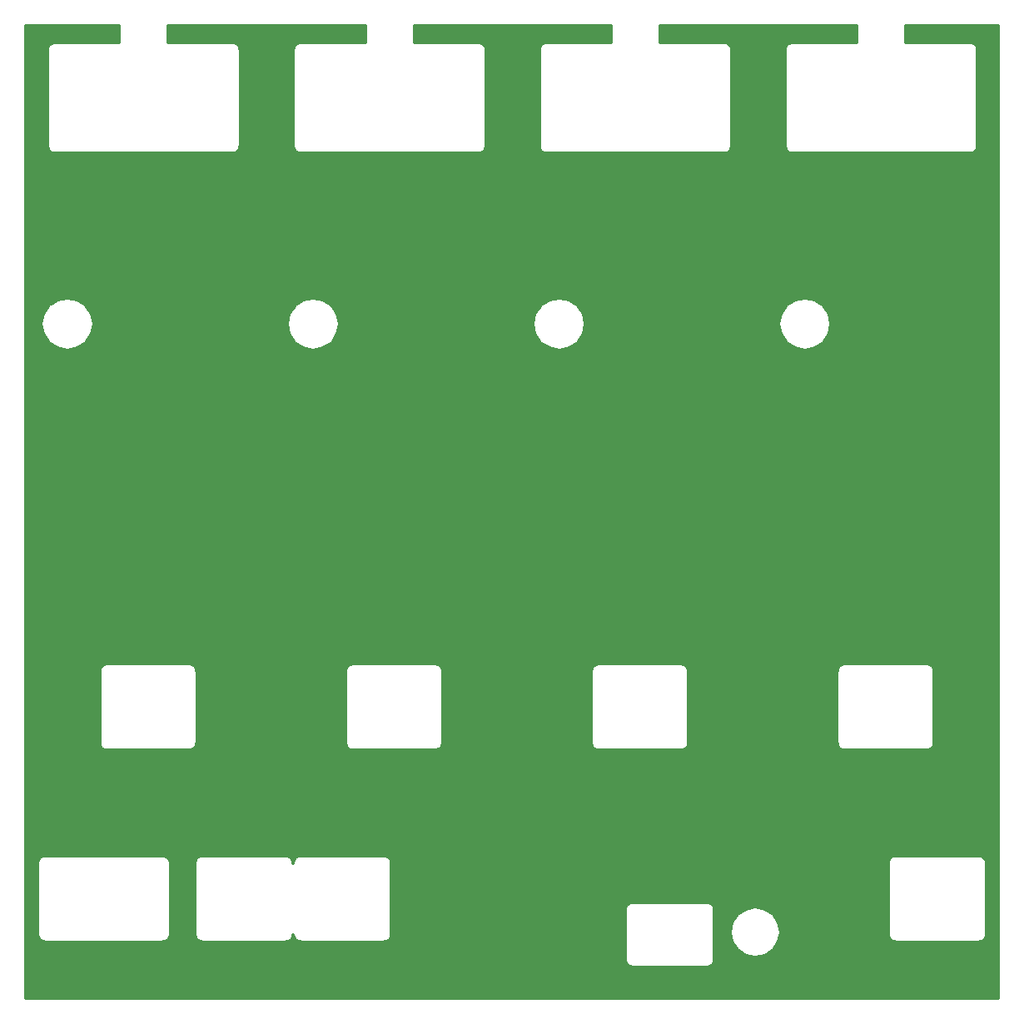
<source format=gtl>
G04 #@! TF.FileFunction,Copper,L1,Top,Signal*
%FSLAX46Y46*%
G04 Gerber Fmt 4.6, Leading zero omitted, Abs format (unit mm)*
G04 Created by KiCad (PCBNEW 4.0.7+dfsg1-1~bpo9+1) date Tue Apr 10 18:25:45 2018*
%MOMM*%
%LPD*%
G01*
G04 APERTURE LIST*
%ADD10C,0.100000*%
%ADD11C,0.300000*%
G04 APERTURE END LIST*
D10*
D11*
G36*
X110050000Y-52250000D02*
X103500000Y-52250000D01*
X103446871Y-52260568D01*
X103392701Y-52260568D01*
X103316164Y-52275792D01*
X103316162Y-52275793D01*
X103316158Y-52275793D01*
X103229909Y-52311520D01*
X103117900Y-52357915D01*
X103117897Y-52357918D01*
X103117895Y-52357919D01*
X103053024Y-52401265D01*
X103053020Y-52401267D01*
X103053017Y-52401270D01*
X103053011Y-52401274D01*
X103004286Y-52450000D01*
X102901274Y-52553011D01*
X102857919Y-52617895D01*
X102857918Y-52617898D01*
X102857915Y-52617901D01*
X102833236Y-52677482D01*
X102775793Y-52816158D01*
X102775793Y-52816162D01*
X102775792Y-52816165D01*
X102760568Y-52892701D01*
X102760568Y-52946871D01*
X102750000Y-53000000D01*
X102750000Y-62800000D01*
X102760568Y-62853129D01*
X102760568Y-62907299D01*
X102775792Y-62983835D01*
X102775793Y-62983837D01*
X102775793Y-62983842D01*
X102802666Y-63048716D01*
X102857915Y-63182099D01*
X102857917Y-63182101D01*
X102857919Y-63182105D01*
X102901274Y-63246989D01*
X102988131Y-63333845D01*
X103053011Y-63398726D01*
X103053017Y-63398730D01*
X103053020Y-63398733D01*
X103053024Y-63398735D01*
X103117895Y-63442081D01*
X103117897Y-63442082D01*
X103117900Y-63442085D01*
X103229909Y-63488480D01*
X103316158Y-63524207D01*
X103316162Y-63524207D01*
X103316164Y-63524208D01*
X103392701Y-63539432D01*
X103446871Y-63539432D01*
X103500000Y-63550000D01*
X121600000Y-63550000D01*
X121653129Y-63539432D01*
X121707299Y-63539432D01*
X121783835Y-63524208D01*
X121783837Y-63524207D01*
X121783842Y-63524207D01*
X121894144Y-63478517D01*
X121982099Y-63442085D01*
X121982102Y-63442082D01*
X121982105Y-63442081D01*
X122046989Y-63398726D01*
X122155373Y-63290341D01*
X122198726Y-63246989D01*
X122198730Y-63246983D01*
X122198733Y-63246980D01*
X122198735Y-63246976D01*
X122242081Y-63182105D01*
X122242082Y-63182103D01*
X122242085Y-63182100D01*
X122297334Y-63048716D01*
X122324207Y-62983842D01*
X122324207Y-62983838D01*
X122324208Y-62983836D01*
X122339432Y-62907299D01*
X122339432Y-62853129D01*
X122350000Y-62800000D01*
X122350000Y-53000000D01*
X122339432Y-52946871D01*
X122339432Y-52892701D01*
X122324208Y-52816164D01*
X122324207Y-52816162D01*
X122324207Y-52816158D01*
X122279373Y-52707923D01*
X122242085Y-52617900D01*
X122242082Y-52617897D01*
X122242081Y-52617895D01*
X122198735Y-52553024D01*
X122198733Y-52553020D01*
X122198730Y-52553017D01*
X122198726Y-52553011D01*
X122124927Y-52479213D01*
X122046989Y-52401274D01*
X121982105Y-52357919D01*
X121982102Y-52357918D01*
X121982099Y-52357915D01*
X121894144Y-52321483D01*
X121783842Y-52275793D01*
X121783837Y-52275793D01*
X121783835Y-52275792D01*
X121707299Y-52260568D01*
X121653129Y-52260568D01*
X121600000Y-52250000D01*
X115050000Y-52250000D01*
X115050000Y-50550000D01*
X135050000Y-50550000D01*
X135050000Y-52250000D01*
X128500000Y-52250000D01*
X128446871Y-52260568D01*
X128392701Y-52260568D01*
X128316164Y-52275792D01*
X128316162Y-52275793D01*
X128316158Y-52275793D01*
X128229909Y-52311520D01*
X128117900Y-52357915D01*
X128117897Y-52357918D01*
X128117895Y-52357919D01*
X128053024Y-52401265D01*
X128053020Y-52401267D01*
X128053017Y-52401270D01*
X128053011Y-52401274D01*
X128004286Y-52450000D01*
X127901274Y-52553011D01*
X127857919Y-52617895D01*
X127857918Y-52617898D01*
X127857915Y-52617901D01*
X127833236Y-52677482D01*
X127775793Y-52816158D01*
X127775793Y-52816162D01*
X127775792Y-52816165D01*
X127760568Y-52892701D01*
X127760568Y-52946871D01*
X127750000Y-53000000D01*
X127750000Y-62800000D01*
X127760568Y-62853129D01*
X127760568Y-62907299D01*
X127775792Y-62983835D01*
X127775793Y-62983837D01*
X127775793Y-62983842D01*
X127802666Y-63048716D01*
X127857915Y-63182099D01*
X127857917Y-63182101D01*
X127857919Y-63182105D01*
X127901274Y-63246989D01*
X127988131Y-63333845D01*
X128053011Y-63398726D01*
X128053017Y-63398730D01*
X128053020Y-63398733D01*
X128053024Y-63398735D01*
X128117895Y-63442081D01*
X128117897Y-63442082D01*
X128117900Y-63442085D01*
X128229909Y-63488480D01*
X128316158Y-63524207D01*
X128316162Y-63524207D01*
X128316164Y-63524208D01*
X128392701Y-63539432D01*
X128446871Y-63539432D01*
X128500000Y-63550000D01*
X146600000Y-63550000D01*
X146653129Y-63539432D01*
X146707299Y-63539432D01*
X146783835Y-63524208D01*
X146783837Y-63524207D01*
X146783842Y-63524207D01*
X146894144Y-63478517D01*
X146982099Y-63442085D01*
X146982102Y-63442082D01*
X146982105Y-63442081D01*
X147046989Y-63398726D01*
X147155373Y-63290341D01*
X147198726Y-63246989D01*
X147198730Y-63246983D01*
X147198733Y-63246980D01*
X147198735Y-63246976D01*
X147242081Y-63182105D01*
X147242082Y-63182103D01*
X147242085Y-63182100D01*
X147297334Y-63048716D01*
X147324207Y-62983842D01*
X147324207Y-62983838D01*
X147324208Y-62983836D01*
X147339432Y-62907299D01*
X147339432Y-62853129D01*
X147350000Y-62800000D01*
X147350000Y-53000000D01*
X147339432Y-52946871D01*
X147339432Y-52892701D01*
X147324208Y-52816164D01*
X147324207Y-52816162D01*
X147324207Y-52816158D01*
X147279373Y-52707923D01*
X147242085Y-52617900D01*
X147242082Y-52617897D01*
X147242081Y-52617895D01*
X147198735Y-52553024D01*
X147198733Y-52553020D01*
X147198730Y-52553017D01*
X147198726Y-52553011D01*
X147124927Y-52479213D01*
X147046989Y-52401274D01*
X146982105Y-52357919D01*
X146982102Y-52357918D01*
X146982099Y-52357915D01*
X146894144Y-52321483D01*
X146783842Y-52275793D01*
X146783837Y-52275793D01*
X146783835Y-52275792D01*
X146707299Y-52260568D01*
X146653129Y-52260568D01*
X146600000Y-52250000D01*
X140050000Y-52250000D01*
X140050000Y-50550000D01*
X160050000Y-50550000D01*
X160050000Y-52250000D01*
X153500000Y-52250000D01*
X153446871Y-52260568D01*
X153392701Y-52260568D01*
X153316164Y-52275792D01*
X153316162Y-52275793D01*
X153316158Y-52275793D01*
X153229909Y-52311520D01*
X153117900Y-52357915D01*
X153117897Y-52357918D01*
X153117895Y-52357919D01*
X153053024Y-52401265D01*
X153053020Y-52401267D01*
X153053017Y-52401270D01*
X153053011Y-52401274D01*
X153004286Y-52450000D01*
X152901274Y-52553011D01*
X152857919Y-52617895D01*
X152857918Y-52617898D01*
X152857915Y-52617901D01*
X152833236Y-52677482D01*
X152775793Y-52816158D01*
X152775793Y-52816162D01*
X152775792Y-52816165D01*
X152760568Y-52892701D01*
X152760568Y-52946871D01*
X152750000Y-53000000D01*
X152750000Y-62800000D01*
X152760568Y-62853129D01*
X152760568Y-62907299D01*
X152775792Y-62983835D01*
X152775793Y-62983837D01*
X152775793Y-62983842D01*
X152802666Y-63048716D01*
X152857915Y-63182099D01*
X152857917Y-63182101D01*
X152857919Y-63182105D01*
X152901274Y-63246989D01*
X152988131Y-63333845D01*
X153053011Y-63398726D01*
X153053017Y-63398730D01*
X153053020Y-63398733D01*
X153053024Y-63398735D01*
X153117895Y-63442081D01*
X153117897Y-63442082D01*
X153117900Y-63442085D01*
X153229909Y-63488480D01*
X153316158Y-63524207D01*
X153316162Y-63524207D01*
X153316164Y-63524208D01*
X153392701Y-63539432D01*
X153446871Y-63539432D01*
X153500000Y-63550000D01*
X171600000Y-63550000D01*
X171653129Y-63539432D01*
X171707299Y-63539432D01*
X171783835Y-63524208D01*
X171783837Y-63524207D01*
X171783842Y-63524207D01*
X171894144Y-63478517D01*
X171982099Y-63442085D01*
X171982102Y-63442082D01*
X171982105Y-63442081D01*
X172046989Y-63398726D01*
X172155373Y-63290341D01*
X172198726Y-63246989D01*
X172198730Y-63246983D01*
X172198733Y-63246980D01*
X172198735Y-63246976D01*
X172242081Y-63182105D01*
X172242082Y-63182103D01*
X172242085Y-63182100D01*
X172297334Y-63048716D01*
X172324207Y-62983842D01*
X172324207Y-62983838D01*
X172324208Y-62983836D01*
X172339432Y-62907299D01*
X172339432Y-62853129D01*
X172350000Y-62800000D01*
X172350000Y-53000000D01*
X172339432Y-52946871D01*
X172339432Y-52892701D01*
X172324208Y-52816164D01*
X172324207Y-52816162D01*
X172324207Y-52816158D01*
X172279373Y-52707923D01*
X172242085Y-52617900D01*
X172242082Y-52617897D01*
X172242081Y-52617895D01*
X172198735Y-52553024D01*
X172198733Y-52553020D01*
X172198730Y-52553017D01*
X172198726Y-52553011D01*
X172124927Y-52479213D01*
X172046989Y-52401274D01*
X171982105Y-52357919D01*
X171982102Y-52357918D01*
X171982099Y-52357915D01*
X171894144Y-52321483D01*
X171783842Y-52275793D01*
X171783837Y-52275793D01*
X171783835Y-52275792D01*
X171707299Y-52260568D01*
X171653129Y-52260568D01*
X171600000Y-52250000D01*
X165050000Y-52250000D01*
X165050000Y-50550000D01*
X185050000Y-50550000D01*
X185050000Y-52250000D01*
X178500000Y-52250000D01*
X178446871Y-52260568D01*
X178392701Y-52260568D01*
X178316164Y-52275792D01*
X178316162Y-52275793D01*
X178316158Y-52275793D01*
X178229909Y-52311520D01*
X178117900Y-52357915D01*
X178117897Y-52357918D01*
X178117895Y-52357919D01*
X178053024Y-52401265D01*
X178053020Y-52401267D01*
X178053017Y-52401270D01*
X178053011Y-52401274D01*
X178004286Y-52450000D01*
X177901274Y-52553011D01*
X177857919Y-52617895D01*
X177857918Y-52617898D01*
X177857915Y-52617901D01*
X177833236Y-52677482D01*
X177775793Y-52816158D01*
X177775793Y-52816162D01*
X177775792Y-52816165D01*
X177760568Y-52892701D01*
X177760568Y-52946871D01*
X177750000Y-53000000D01*
X177750000Y-62800000D01*
X177760568Y-62853129D01*
X177760568Y-62907299D01*
X177775792Y-62983835D01*
X177775793Y-62983837D01*
X177775793Y-62983842D01*
X177802666Y-63048716D01*
X177857915Y-63182099D01*
X177857917Y-63182101D01*
X177857919Y-63182105D01*
X177901274Y-63246989D01*
X177988131Y-63333845D01*
X178053011Y-63398726D01*
X178053017Y-63398730D01*
X178053020Y-63398733D01*
X178053024Y-63398735D01*
X178117895Y-63442081D01*
X178117897Y-63442082D01*
X178117900Y-63442085D01*
X178229909Y-63488480D01*
X178316158Y-63524207D01*
X178316162Y-63524207D01*
X178316164Y-63524208D01*
X178392701Y-63539432D01*
X178446871Y-63539432D01*
X178500000Y-63550000D01*
X196600000Y-63550000D01*
X196653129Y-63539432D01*
X196707299Y-63539432D01*
X196783835Y-63524208D01*
X196783837Y-63524207D01*
X196783842Y-63524207D01*
X196894144Y-63478517D01*
X196982099Y-63442085D01*
X196982102Y-63442082D01*
X196982105Y-63442081D01*
X197046989Y-63398726D01*
X197155373Y-63290341D01*
X197198726Y-63246989D01*
X197198730Y-63246983D01*
X197198733Y-63246980D01*
X197198735Y-63246976D01*
X197242081Y-63182105D01*
X197242082Y-63182103D01*
X197242085Y-63182100D01*
X197297334Y-63048716D01*
X197324207Y-62983842D01*
X197324207Y-62983838D01*
X197324208Y-62983836D01*
X197339432Y-62907299D01*
X197339432Y-62853129D01*
X197350000Y-62800000D01*
X197350000Y-53000000D01*
X197339432Y-52946871D01*
X197339432Y-52892701D01*
X197324208Y-52816164D01*
X197324207Y-52816162D01*
X197324207Y-52816158D01*
X197279373Y-52707923D01*
X197242085Y-52617900D01*
X197242082Y-52617897D01*
X197242081Y-52617895D01*
X197198735Y-52553024D01*
X197198733Y-52553020D01*
X197198730Y-52553017D01*
X197198726Y-52553011D01*
X197124927Y-52479213D01*
X197046989Y-52401274D01*
X196982105Y-52357919D01*
X196982102Y-52357918D01*
X196982099Y-52357915D01*
X196894144Y-52321483D01*
X196783842Y-52275793D01*
X196783837Y-52275793D01*
X196783835Y-52275792D01*
X196707299Y-52260568D01*
X196653129Y-52260568D01*
X196600000Y-52250000D01*
X190050000Y-52250000D01*
X190050000Y-50550000D01*
X199450000Y-50550000D01*
X199450000Y-149450000D01*
X100550000Y-149450000D01*
X100550000Y-135700000D01*
X101750000Y-135700000D01*
X101750000Y-143000000D01*
X101760568Y-143053129D01*
X101760568Y-143107299D01*
X101775792Y-143183835D01*
X101775793Y-143183837D01*
X101775793Y-143183842D01*
X101802666Y-143248716D01*
X101857915Y-143382099D01*
X101857917Y-143382101D01*
X101857919Y-143382105D01*
X101901274Y-143446989D01*
X101988131Y-143533845D01*
X102053011Y-143598726D01*
X102053017Y-143598730D01*
X102053020Y-143598733D01*
X102053024Y-143598735D01*
X102117895Y-143642081D01*
X102117897Y-143642082D01*
X102117900Y-143642085D01*
X102229909Y-143688480D01*
X102316158Y-143724207D01*
X102316162Y-143724207D01*
X102316164Y-143724208D01*
X102392701Y-143739432D01*
X102446871Y-143739432D01*
X102500000Y-143750000D01*
X114500000Y-143750000D01*
X114553129Y-143739432D01*
X114607299Y-143739432D01*
X114683835Y-143724208D01*
X114683837Y-143724207D01*
X114683842Y-143724207D01*
X114794144Y-143678517D01*
X114882099Y-143642085D01*
X114882102Y-143642082D01*
X114882105Y-143642081D01*
X114946989Y-143598726D01*
X115055373Y-143490341D01*
X115098726Y-143446989D01*
X115098730Y-143446983D01*
X115098733Y-143446980D01*
X115098735Y-143446976D01*
X115142081Y-143382105D01*
X115142082Y-143382103D01*
X115142085Y-143382100D01*
X115197334Y-143248716D01*
X115224207Y-143183842D01*
X115224207Y-143183838D01*
X115224208Y-143183836D01*
X115239432Y-143107299D01*
X115239432Y-143053129D01*
X115250000Y-143000000D01*
X115250000Y-135700000D01*
X117750000Y-135700000D01*
X117750000Y-143000000D01*
X117760568Y-143053129D01*
X117760568Y-143107299D01*
X117775792Y-143183835D01*
X117775793Y-143183837D01*
X117775793Y-143183842D01*
X117802666Y-143248716D01*
X117857915Y-143382099D01*
X117857917Y-143382101D01*
X117857919Y-143382105D01*
X117901274Y-143446989D01*
X117988131Y-143533845D01*
X118053011Y-143598726D01*
X118053017Y-143598730D01*
X118053020Y-143598733D01*
X118053024Y-143598735D01*
X118117895Y-143642081D01*
X118117897Y-143642082D01*
X118117900Y-143642085D01*
X118229909Y-143688480D01*
X118316158Y-143724207D01*
X118316162Y-143724207D01*
X118316164Y-143724208D01*
X118392701Y-143739432D01*
X118446871Y-143739432D01*
X118500000Y-143750000D01*
X127000000Y-143750000D01*
X127053129Y-143739432D01*
X127107299Y-143739432D01*
X127183835Y-143724208D01*
X127183837Y-143724207D01*
X127183842Y-143724207D01*
X127294144Y-143678517D01*
X127382099Y-143642085D01*
X127382102Y-143642082D01*
X127382105Y-143642081D01*
X127446989Y-143598726D01*
X127555373Y-143490341D01*
X127598726Y-143446989D01*
X127598730Y-143446983D01*
X127598733Y-143446980D01*
X127598735Y-143446976D01*
X127642081Y-143382105D01*
X127642082Y-143382103D01*
X127642085Y-143382100D01*
X127697334Y-143248716D01*
X127724207Y-143183842D01*
X127724207Y-143183838D01*
X127724208Y-143183836D01*
X127739432Y-143107299D01*
X127739432Y-143053129D01*
X127750000Y-143000000D01*
X127760568Y-143053129D01*
X127760568Y-143107299D01*
X127775792Y-143183835D01*
X127775793Y-143183837D01*
X127775793Y-143183842D01*
X127802666Y-143248716D01*
X127857915Y-143382099D01*
X127857917Y-143382101D01*
X127857919Y-143382105D01*
X127901274Y-143446989D01*
X127988131Y-143533845D01*
X128053011Y-143598726D01*
X128053017Y-143598730D01*
X128053020Y-143598733D01*
X128053024Y-143598735D01*
X128117895Y-143642081D01*
X128117897Y-143642082D01*
X128117900Y-143642085D01*
X128229909Y-143688480D01*
X128316158Y-143724207D01*
X128316162Y-143724207D01*
X128316164Y-143724208D01*
X128392701Y-143739432D01*
X128446871Y-143739432D01*
X128500000Y-143750000D01*
X137000000Y-143750000D01*
X137053129Y-143739432D01*
X137107299Y-143739432D01*
X137183835Y-143724208D01*
X137183837Y-143724207D01*
X137183842Y-143724207D01*
X137294144Y-143678517D01*
X137382099Y-143642085D01*
X137382102Y-143642082D01*
X137382105Y-143642081D01*
X137446989Y-143598726D01*
X137555373Y-143490341D01*
X137598726Y-143446989D01*
X137598730Y-143446983D01*
X137598733Y-143446980D01*
X137598735Y-143446976D01*
X137642081Y-143382105D01*
X137642082Y-143382103D01*
X137642085Y-143382100D01*
X137697334Y-143248716D01*
X137724207Y-143183842D01*
X137724207Y-143183838D01*
X137724208Y-143183836D01*
X137739432Y-143107299D01*
X137739432Y-143053129D01*
X137750000Y-143000000D01*
X137750000Y-140450000D01*
X161500000Y-140450000D01*
X161500000Y-145550000D01*
X161510568Y-145603129D01*
X161510568Y-145657299D01*
X161525792Y-145733835D01*
X161525793Y-145733837D01*
X161525793Y-145733842D01*
X161552666Y-145798716D01*
X161607915Y-145932099D01*
X161607917Y-145932101D01*
X161607919Y-145932105D01*
X161651274Y-145996989D01*
X161738131Y-146083845D01*
X161803011Y-146148726D01*
X161803017Y-146148730D01*
X161803020Y-146148733D01*
X161803024Y-146148735D01*
X161867895Y-146192081D01*
X161867897Y-146192082D01*
X161867900Y-146192085D01*
X161979909Y-146238480D01*
X162066158Y-146274207D01*
X162066162Y-146274207D01*
X162066164Y-146274208D01*
X162142701Y-146289432D01*
X162196871Y-146289432D01*
X162250000Y-146300000D01*
X169850000Y-146300000D01*
X169903129Y-146289432D01*
X169957299Y-146289432D01*
X170033835Y-146274208D01*
X170033837Y-146274207D01*
X170033842Y-146274207D01*
X170144144Y-146228517D01*
X170232099Y-146192085D01*
X170232102Y-146192082D01*
X170232105Y-146192081D01*
X170296989Y-146148726D01*
X170405373Y-146040341D01*
X170448726Y-145996989D01*
X170448730Y-145996983D01*
X170448733Y-145996980D01*
X170448735Y-145996976D01*
X170492081Y-145932105D01*
X170492082Y-145932103D01*
X170492085Y-145932100D01*
X170547334Y-145798716D01*
X170574207Y-145733842D01*
X170574207Y-145733838D01*
X170574208Y-145733836D01*
X170589432Y-145657299D01*
X170589432Y-145603129D01*
X170600000Y-145550000D01*
X170600000Y-142750000D01*
X172184436Y-142750000D01*
X172379728Y-143731799D01*
X172935872Y-144564128D01*
X173768201Y-145120272D01*
X174750000Y-145315564D01*
X175731799Y-145120272D01*
X176564128Y-144564128D01*
X177120272Y-143731799D01*
X177315564Y-142750000D01*
X177120272Y-141768201D01*
X176564128Y-140935872D01*
X175731799Y-140379728D01*
X174750000Y-140184436D01*
X173768201Y-140379728D01*
X172935872Y-140935872D01*
X172379728Y-141768201D01*
X172184436Y-142750000D01*
X170600000Y-142750000D01*
X170600000Y-140450000D01*
X170589432Y-140396871D01*
X170589432Y-140342701D01*
X170574208Y-140266164D01*
X170574207Y-140266162D01*
X170574207Y-140266158D01*
X170529373Y-140157923D01*
X170492085Y-140067900D01*
X170492082Y-140067897D01*
X170492081Y-140067895D01*
X170448735Y-140003024D01*
X170448733Y-140003020D01*
X170448730Y-140003017D01*
X170448726Y-140003011D01*
X170387580Y-139941866D01*
X170296989Y-139851274D01*
X170232105Y-139807919D01*
X170232102Y-139807918D01*
X170232099Y-139807915D01*
X170144144Y-139771483D01*
X170033842Y-139725793D01*
X170033837Y-139725793D01*
X170033835Y-139725792D01*
X169957299Y-139710568D01*
X169903129Y-139710568D01*
X169850000Y-139700000D01*
X162250000Y-139700000D01*
X162196871Y-139710568D01*
X162142701Y-139710568D01*
X162066164Y-139725792D01*
X162066162Y-139725793D01*
X162066158Y-139725793D01*
X161979909Y-139761520D01*
X161867900Y-139807915D01*
X161867897Y-139807918D01*
X161867895Y-139807919D01*
X161803024Y-139851265D01*
X161803020Y-139851267D01*
X161803017Y-139851270D01*
X161803011Y-139851274D01*
X161754286Y-139900000D01*
X161651274Y-140003011D01*
X161607919Y-140067895D01*
X161607918Y-140067898D01*
X161607915Y-140067901D01*
X161576932Y-140142701D01*
X161525793Y-140266158D01*
X161525793Y-140266162D01*
X161525792Y-140266165D01*
X161510568Y-140342701D01*
X161510568Y-140396871D01*
X161500000Y-140450000D01*
X137750000Y-140450000D01*
X137750000Y-135700000D01*
X188250000Y-135700000D01*
X188250000Y-143000000D01*
X188260568Y-143053129D01*
X188260568Y-143107299D01*
X188275792Y-143183835D01*
X188275793Y-143183837D01*
X188275793Y-143183842D01*
X188302666Y-143248716D01*
X188357915Y-143382099D01*
X188357917Y-143382101D01*
X188357919Y-143382105D01*
X188401274Y-143446989D01*
X188488131Y-143533845D01*
X188553011Y-143598726D01*
X188553017Y-143598730D01*
X188553020Y-143598733D01*
X188553024Y-143598735D01*
X188617895Y-143642081D01*
X188617897Y-143642082D01*
X188617900Y-143642085D01*
X188729909Y-143688480D01*
X188816158Y-143724207D01*
X188816162Y-143724207D01*
X188816164Y-143724208D01*
X188892701Y-143739432D01*
X188946871Y-143739432D01*
X189000000Y-143750000D01*
X197500000Y-143750000D01*
X197553129Y-143739432D01*
X197607299Y-143739432D01*
X197683835Y-143724208D01*
X197683837Y-143724207D01*
X197683842Y-143724207D01*
X197794144Y-143678517D01*
X197882099Y-143642085D01*
X197882102Y-143642082D01*
X197882105Y-143642081D01*
X197946989Y-143598726D01*
X198055373Y-143490341D01*
X198098726Y-143446989D01*
X198098730Y-143446983D01*
X198098733Y-143446980D01*
X198098735Y-143446976D01*
X198142081Y-143382105D01*
X198142082Y-143382103D01*
X198142085Y-143382100D01*
X198197334Y-143248716D01*
X198224207Y-143183842D01*
X198224207Y-143183838D01*
X198224208Y-143183836D01*
X198239432Y-143107299D01*
X198239432Y-143053129D01*
X198250000Y-143000000D01*
X198250000Y-135700000D01*
X198239432Y-135646871D01*
X198239432Y-135592701D01*
X198224208Y-135516164D01*
X198224207Y-135516162D01*
X198224207Y-135516158D01*
X198179373Y-135407923D01*
X198142085Y-135317900D01*
X198142082Y-135317897D01*
X198142081Y-135317895D01*
X198098735Y-135253024D01*
X198098733Y-135253020D01*
X198098730Y-135253017D01*
X198098726Y-135253011D01*
X198037580Y-135191866D01*
X197946989Y-135101274D01*
X197882105Y-135057919D01*
X197882102Y-135057918D01*
X197882099Y-135057915D01*
X197794144Y-135021483D01*
X197683842Y-134975793D01*
X197683837Y-134975793D01*
X197683835Y-134975792D01*
X197607299Y-134960568D01*
X197553129Y-134960568D01*
X197500000Y-134950000D01*
X189000000Y-134950000D01*
X188946871Y-134960568D01*
X188892701Y-134960568D01*
X188816164Y-134975792D01*
X188816162Y-134975793D01*
X188816158Y-134975793D01*
X188729909Y-135011520D01*
X188617900Y-135057915D01*
X188617897Y-135057918D01*
X188617895Y-135057919D01*
X188553024Y-135101265D01*
X188553020Y-135101267D01*
X188553017Y-135101270D01*
X188553011Y-135101274D01*
X188504286Y-135150000D01*
X188401274Y-135253011D01*
X188357919Y-135317895D01*
X188357918Y-135317898D01*
X188357915Y-135317901D01*
X188321483Y-135405856D01*
X188275793Y-135516158D01*
X188275793Y-135516162D01*
X188275792Y-135516165D01*
X188260568Y-135592701D01*
X188260568Y-135646871D01*
X188250000Y-135700000D01*
X137750000Y-135700000D01*
X137739432Y-135646871D01*
X137739432Y-135592701D01*
X137724208Y-135516164D01*
X137724207Y-135516162D01*
X137724207Y-135516158D01*
X137679373Y-135407923D01*
X137642085Y-135317900D01*
X137642082Y-135317897D01*
X137642081Y-135317895D01*
X137598735Y-135253024D01*
X137598733Y-135253020D01*
X137598730Y-135253017D01*
X137598726Y-135253011D01*
X137537580Y-135191866D01*
X137446989Y-135101274D01*
X137382105Y-135057919D01*
X137382102Y-135057918D01*
X137382099Y-135057915D01*
X137294144Y-135021483D01*
X137183842Y-134975793D01*
X137183837Y-134975793D01*
X137183835Y-134975792D01*
X137107299Y-134960568D01*
X137053129Y-134960568D01*
X137000000Y-134950000D01*
X128500000Y-134950000D01*
X128446871Y-134960568D01*
X128392701Y-134960568D01*
X128316164Y-134975792D01*
X128316162Y-134975793D01*
X128316158Y-134975793D01*
X128229909Y-135011520D01*
X128117900Y-135057915D01*
X128117897Y-135057918D01*
X128117895Y-135057919D01*
X128053024Y-135101265D01*
X128053020Y-135101267D01*
X128053017Y-135101270D01*
X128053011Y-135101274D01*
X128004286Y-135150000D01*
X127901274Y-135253011D01*
X127857919Y-135317895D01*
X127857918Y-135317898D01*
X127857915Y-135317901D01*
X127821483Y-135405856D01*
X127775793Y-135516158D01*
X127775793Y-135516162D01*
X127775792Y-135516165D01*
X127760568Y-135592701D01*
X127760568Y-135646871D01*
X127750000Y-135700000D01*
X127739432Y-135646871D01*
X127739432Y-135592701D01*
X127724208Y-135516164D01*
X127724207Y-135516162D01*
X127724207Y-135516158D01*
X127679373Y-135407923D01*
X127642085Y-135317900D01*
X127642082Y-135317897D01*
X127642081Y-135317895D01*
X127598735Y-135253024D01*
X127598733Y-135253020D01*
X127598730Y-135253017D01*
X127598726Y-135253011D01*
X127537580Y-135191866D01*
X127446989Y-135101274D01*
X127382105Y-135057919D01*
X127382102Y-135057918D01*
X127382099Y-135057915D01*
X127294144Y-135021483D01*
X127183842Y-134975793D01*
X127183837Y-134975793D01*
X127183835Y-134975792D01*
X127107299Y-134960568D01*
X127053129Y-134960568D01*
X127000000Y-134950000D01*
X118500000Y-134950000D01*
X118446871Y-134960568D01*
X118392701Y-134960568D01*
X118316164Y-134975792D01*
X118316162Y-134975793D01*
X118316158Y-134975793D01*
X118229909Y-135011520D01*
X118117900Y-135057915D01*
X118117897Y-135057918D01*
X118117895Y-135057919D01*
X118053024Y-135101265D01*
X118053020Y-135101267D01*
X118053017Y-135101270D01*
X118053011Y-135101274D01*
X118004286Y-135150000D01*
X117901274Y-135253011D01*
X117857919Y-135317895D01*
X117857918Y-135317898D01*
X117857915Y-135317901D01*
X117821483Y-135405856D01*
X117775793Y-135516158D01*
X117775793Y-135516162D01*
X117775792Y-135516165D01*
X117760568Y-135592701D01*
X117760568Y-135646871D01*
X117750000Y-135700000D01*
X115250000Y-135700000D01*
X115239432Y-135646871D01*
X115239432Y-135592701D01*
X115224208Y-135516164D01*
X115224207Y-135516162D01*
X115224207Y-135516158D01*
X115179373Y-135407923D01*
X115142085Y-135317900D01*
X115142082Y-135317897D01*
X115142081Y-135317895D01*
X115098735Y-135253024D01*
X115098733Y-135253020D01*
X115098730Y-135253017D01*
X115098726Y-135253011D01*
X115037580Y-135191866D01*
X114946989Y-135101274D01*
X114882105Y-135057919D01*
X114882102Y-135057918D01*
X114882099Y-135057915D01*
X114794144Y-135021483D01*
X114683842Y-134975793D01*
X114683837Y-134975793D01*
X114683835Y-134975792D01*
X114607299Y-134960568D01*
X114553129Y-134960568D01*
X114500000Y-134950000D01*
X102500000Y-134950000D01*
X102446871Y-134960568D01*
X102392701Y-134960568D01*
X102316164Y-134975792D01*
X102316162Y-134975793D01*
X102316158Y-134975793D01*
X102229909Y-135011520D01*
X102117900Y-135057915D01*
X102117897Y-135057918D01*
X102117895Y-135057919D01*
X102053024Y-135101265D01*
X102053020Y-135101267D01*
X102053017Y-135101270D01*
X102053011Y-135101274D01*
X102004286Y-135150000D01*
X101901274Y-135253011D01*
X101857919Y-135317895D01*
X101857918Y-135317898D01*
X101857915Y-135317901D01*
X101821483Y-135405856D01*
X101775793Y-135516158D01*
X101775793Y-135516162D01*
X101775792Y-135516165D01*
X101760568Y-135592701D01*
X101760568Y-135646871D01*
X101750000Y-135700000D01*
X100550000Y-135700000D01*
X100550000Y-116200000D01*
X108050000Y-116200000D01*
X108050000Y-123500000D01*
X108060568Y-123553129D01*
X108060568Y-123607299D01*
X108075792Y-123683835D01*
X108075793Y-123683837D01*
X108075793Y-123683842D01*
X108102666Y-123748716D01*
X108157915Y-123882099D01*
X108157917Y-123882101D01*
X108157919Y-123882105D01*
X108201274Y-123946989D01*
X108288131Y-124033845D01*
X108353011Y-124098726D01*
X108353017Y-124098730D01*
X108353020Y-124098733D01*
X108353024Y-124098735D01*
X108417895Y-124142081D01*
X108417897Y-124142082D01*
X108417900Y-124142085D01*
X108529909Y-124188480D01*
X108616158Y-124224207D01*
X108616162Y-124224207D01*
X108616164Y-124224208D01*
X108692701Y-124239432D01*
X108746871Y-124239432D01*
X108800000Y-124250000D01*
X117200000Y-124250000D01*
X117253129Y-124239432D01*
X117307299Y-124239432D01*
X117383835Y-124224208D01*
X117383837Y-124224207D01*
X117383842Y-124224207D01*
X117494144Y-124178517D01*
X117582099Y-124142085D01*
X117582102Y-124142082D01*
X117582105Y-124142081D01*
X117646989Y-124098726D01*
X117755373Y-123990341D01*
X117798726Y-123946989D01*
X117798730Y-123946983D01*
X117798733Y-123946980D01*
X117798735Y-123946976D01*
X117842081Y-123882105D01*
X117842082Y-123882103D01*
X117842085Y-123882100D01*
X117897334Y-123748716D01*
X117924207Y-123683842D01*
X117924207Y-123683838D01*
X117924208Y-123683836D01*
X117939432Y-123607299D01*
X117939432Y-123553129D01*
X117950000Y-123500000D01*
X117950000Y-116200000D01*
X133050000Y-116200000D01*
X133050000Y-123500000D01*
X133060568Y-123553129D01*
X133060568Y-123607299D01*
X133075792Y-123683835D01*
X133075793Y-123683837D01*
X133075793Y-123683842D01*
X133102666Y-123748716D01*
X133157915Y-123882099D01*
X133157917Y-123882101D01*
X133157919Y-123882105D01*
X133201274Y-123946989D01*
X133288131Y-124033845D01*
X133353011Y-124098726D01*
X133353017Y-124098730D01*
X133353020Y-124098733D01*
X133353024Y-124098735D01*
X133417895Y-124142081D01*
X133417897Y-124142082D01*
X133417900Y-124142085D01*
X133529909Y-124188480D01*
X133616158Y-124224207D01*
X133616162Y-124224207D01*
X133616164Y-124224208D01*
X133692701Y-124239432D01*
X133746871Y-124239432D01*
X133800000Y-124250000D01*
X142200000Y-124250000D01*
X142253129Y-124239432D01*
X142307299Y-124239432D01*
X142383835Y-124224208D01*
X142383837Y-124224207D01*
X142383842Y-124224207D01*
X142494144Y-124178517D01*
X142582099Y-124142085D01*
X142582102Y-124142082D01*
X142582105Y-124142081D01*
X142646989Y-124098726D01*
X142755373Y-123990341D01*
X142798726Y-123946989D01*
X142798730Y-123946983D01*
X142798733Y-123946980D01*
X142798735Y-123946976D01*
X142842081Y-123882105D01*
X142842082Y-123882103D01*
X142842085Y-123882100D01*
X142897334Y-123748716D01*
X142924207Y-123683842D01*
X142924207Y-123683838D01*
X142924208Y-123683836D01*
X142939432Y-123607299D01*
X142939432Y-123553129D01*
X142950000Y-123500000D01*
X142950000Y-116200000D01*
X158050000Y-116200000D01*
X158050000Y-123500000D01*
X158060568Y-123553129D01*
X158060568Y-123607299D01*
X158075792Y-123683835D01*
X158075793Y-123683837D01*
X158075793Y-123683842D01*
X158102666Y-123748716D01*
X158157915Y-123882099D01*
X158157917Y-123882101D01*
X158157919Y-123882105D01*
X158201274Y-123946989D01*
X158288131Y-124033845D01*
X158353011Y-124098726D01*
X158353017Y-124098730D01*
X158353020Y-124098733D01*
X158353024Y-124098735D01*
X158417895Y-124142081D01*
X158417897Y-124142082D01*
X158417900Y-124142085D01*
X158529909Y-124188480D01*
X158616158Y-124224207D01*
X158616162Y-124224207D01*
X158616164Y-124224208D01*
X158692701Y-124239432D01*
X158746871Y-124239432D01*
X158800000Y-124250000D01*
X167200000Y-124250000D01*
X167253129Y-124239432D01*
X167307299Y-124239432D01*
X167383835Y-124224208D01*
X167383837Y-124224207D01*
X167383842Y-124224207D01*
X167494144Y-124178517D01*
X167582099Y-124142085D01*
X167582102Y-124142082D01*
X167582105Y-124142081D01*
X167646989Y-124098726D01*
X167755373Y-123990341D01*
X167798726Y-123946989D01*
X167798730Y-123946983D01*
X167798733Y-123946980D01*
X167798735Y-123946976D01*
X167842081Y-123882105D01*
X167842082Y-123882103D01*
X167842085Y-123882100D01*
X167897334Y-123748716D01*
X167924207Y-123683842D01*
X167924207Y-123683838D01*
X167924208Y-123683836D01*
X167939432Y-123607299D01*
X167939432Y-123553129D01*
X167950000Y-123500000D01*
X167950000Y-116200000D01*
X183050000Y-116200000D01*
X183050000Y-123500000D01*
X183060568Y-123553129D01*
X183060568Y-123607299D01*
X183075792Y-123683835D01*
X183075793Y-123683837D01*
X183075793Y-123683842D01*
X183102666Y-123748716D01*
X183157915Y-123882099D01*
X183157917Y-123882101D01*
X183157919Y-123882105D01*
X183201274Y-123946989D01*
X183288131Y-124033845D01*
X183353011Y-124098726D01*
X183353017Y-124098730D01*
X183353020Y-124098733D01*
X183353024Y-124098735D01*
X183417895Y-124142081D01*
X183417897Y-124142082D01*
X183417900Y-124142085D01*
X183529909Y-124188480D01*
X183616158Y-124224207D01*
X183616162Y-124224207D01*
X183616164Y-124224208D01*
X183692701Y-124239432D01*
X183746871Y-124239432D01*
X183800000Y-124250000D01*
X192200000Y-124250000D01*
X192253129Y-124239432D01*
X192307299Y-124239432D01*
X192383835Y-124224208D01*
X192383837Y-124224207D01*
X192383842Y-124224207D01*
X192494144Y-124178517D01*
X192582099Y-124142085D01*
X192582102Y-124142082D01*
X192582105Y-124142081D01*
X192646989Y-124098726D01*
X192755373Y-123990341D01*
X192798726Y-123946989D01*
X192798730Y-123946983D01*
X192798733Y-123946980D01*
X192798735Y-123946976D01*
X192842081Y-123882105D01*
X192842082Y-123882103D01*
X192842085Y-123882100D01*
X192897334Y-123748716D01*
X192924207Y-123683842D01*
X192924207Y-123683838D01*
X192924208Y-123683836D01*
X192939432Y-123607299D01*
X192939432Y-123553129D01*
X192950000Y-123500000D01*
X192950000Y-116200000D01*
X192939432Y-116146871D01*
X192939432Y-116092701D01*
X192924208Y-116016164D01*
X192924207Y-116016162D01*
X192924207Y-116016158D01*
X192879373Y-115907923D01*
X192842085Y-115817900D01*
X192842082Y-115817897D01*
X192842081Y-115817895D01*
X192798735Y-115753024D01*
X192798733Y-115753020D01*
X192798730Y-115753017D01*
X192798726Y-115753011D01*
X192737580Y-115691866D01*
X192646989Y-115601274D01*
X192582105Y-115557919D01*
X192582102Y-115557918D01*
X192582099Y-115557915D01*
X192494144Y-115521483D01*
X192383842Y-115475793D01*
X192383837Y-115475793D01*
X192383835Y-115475792D01*
X192307299Y-115460568D01*
X192253129Y-115460568D01*
X192200000Y-115450000D01*
X183800000Y-115450000D01*
X183746871Y-115460568D01*
X183692701Y-115460568D01*
X183616164Y-115475792D01*
X183616162Y-115475793D01*
X183616158Y-115475793D01*
X183529909Y-115511520D01*
X183417900Y-115557915D01*
X183417897Y-115557918D01*
X183417895Y-115557919D01*
X183353024Y-115601265D01*
X183353020Y-115601267D01*
X183353017Y-115601270D01*
X183353011Y-115601274D01*
X183304286Y-115650000D01*
X183201274Y-115753011D01*
X183157919Y-115817895D01*
X183157918Y-115817898D01*
X183157915Y-115817901D01*
X183121483Y-115905856D01*
X183075793Y-116016158D01*
X183075793Y-116016162D01*
X183075792Y-116016165D01*
X183060568Y-116092701D01*
X183060568Y-116146871D01*
X183050000Y-116200000D01*
X167950000Y-116200000D01*
X167939432Y-116146871D01*
X167939432Y-116092701D01*
X167924208Y-116016164D01*
X167924207Y-116016162D01*
X167924207Y-116016158D01*
X167879373Y-115907923D01*
X167842085Y-115817900D01*
X167842082Y-115817897D01*
X167842081Y-115817895D01*
X167798735Y-115753024D01*
X167798733Y-115753020D01*
X167798730Y-115753017D01*
X167798726Y-115753011D01*
X167737580Y-115691866D01*
X167646989Y-115601274D01*
X167582105Y-115557919D01*
X167582102Y-115557918D01*
X167582099Y-115557915D01*
X167494144Y-115521483D01*
X167383842Y-115475793D01*
X167383837Y-115475793D01*
X167383835Y-115475792D01*
X167307299Y-115460568D01*
X167253129Y-115460568D01*
X167200000Y-115450000D01*
X158800000Y-115450000D01*
X158746871Y-115460568D01*
X158692701Y-115460568D01*
X158616164Y-115475792D01*
X158616162Y-115475793D01*
X158616158Y-115475793D01*
X158529909Y-115511520D01*
X158417900Y-115557915D01*
X158417897Y-115557918D01*
X158417895Y-115557919D01*
X158353024Y-115601265D01*
X158353020Y-115601267D01*
X158353017Y-115601270D01*
X158353011Y-115601274D01*
X158304286Y-115650000D01*
X158201274Y-115753011D01*
X158157919Y-115817895D01*
X158157918Y-115817898D01*
X158157915Y-115817901D01*
X158121483Y-115905856D01*
X158075793Y-116016158D01*
X158075793Y-116016162D01*
X158075792Y-116016165D01*
X158060568Y-116092701D01*
X158060568Y-116146871D01*
X158050000Y-116200000D01*
X142950000Y-116200000D01*
X142939432Y-116146871D01*
X142939432Y-116092701D01*
X142924208Y-116016164D01*
X142924207Y-116016162D01*
X142924207Y-116016158D01*
X142879373Y-115907923D01*
X142842085Y-115817900D01*
X142842082Y-115817897D01*
X142842081Y-115817895D01*
X142798735Y-115753024D01*
X142798733Y-115753020D01*
X142798730Y-115753017D01*
X142798726Y-115753011D01*
X142737580Y-115691866D01*
X142646989Y-115601274D01*
X142582105Y-115557919D01*
X142582102Y-115557918D01*
X142582099Y-115557915D01*
X142494144Y-115521483D01*
X142383842Y-115475793D01*
X142383837Y-115475793D01*
X142383835Y-115475792D01*
X142307299Y-115460568D01*
X142253129Y-115460568D01*
X142200000Y-115450000D01*
X133800000Y-115450000D01*
X133746871Y-115460568D01*
X133692701Y-115460568D01*
X133616164Y-115475792D01*
X133616162Y-115475793D01*
X133616158Y-115475793D01*
X133529909Y-115511520D01*
X133417900Y-115557915D01*
X133417897Y-115557918D01*
X133417895Y-115557919D01*
X133353024Y-115601265D01*
X133353020Y-115601267D01*
X133353017Y-115601270D01*
X133353011Y-115601274D01*
X133304286Y-115650000D01*
X133201274Y-115753011D01*
X133157919Y-115817895D01*
X133157918Y-115817898D01*
X133157915Y-115817901D01*
X133121483Y-115905856D01*
X133075793Y-116016158D01*
X133075793Y-116016162D01*
X133075792Y-116016165D01*
X133060568Y-116092701D01*
X133060568Y-116146871D01*
X133050000Y-116200000D01*
X117950000Y-116200000D01*
X117939432Y-116146871D01*
X117939432Y-116092701D01*
X117924208Y-116016164D01*
X117924207Y-116016162D01*
X117924207Y-116016158D01*
X117879373Y-115907923D01*
X117842085Y-115817900D01*
X117842082Y-115817897D01*
X117842081Y-115817895D01*
X117798735Y-115753024D01*
X117798733Y-115753020D01*
X117798730Y-115753017D01*
X117798726Y-115753011D01*
X117737580Y-115691866D01*
X117646989Y-115601274D01*
X117582105Y-115557919D01*
X117582102Y-115557918D01*
X117582099Y-115557915D01*
X117494144Y-115521483D01*
X117383842Y-115475793D01*
X117383837Y-115475793D01*
X117383835Y-115475792D01*
X117307299Y-115460568D01*
X117253129Y-115460568D01*
X117200000Y-115450000D01*
X108800000Y-115450000D01*
X108746871Y-115460568D01*
X108692701Y-115460568D01*
X108616164Y-115475792D01*
X108616162Y-115475793D01*
X108616158Y-115475793D01*
X108529909Y-115511520D01*
X108417900Y-115557915D01*
X108417897Y-115557918D01*
X108417895Y-115557919D01*
X108353024Y-115601265D01*
X108353020Y-115601267D01*
X108353017Y-115601270D01*
X108353011Y-115601274D01*
X108304286Y-115650000D01*
X108201274Y-115753011D01*
X108157919Y-115817895D01*
X108157918Y-115817898D01*
X108157915Y-115817901D01*
X108121483Y-115905856D01*
X108075793Y-116016158D01*
X108075793Y-116016162D01*
X108075792Y-116016165D01*
X108060568Y-116092701D01*
X108060568Y-116146871D01*
X108050000Y-116200000D01*
X100550000Y-116200000D01*
X100550000Y-80900000D01*
X102107996Y-80900000D01*
X102311390Y-81922532D01*
X102890608Y-82789392D01*
X103757468Y-83368610D01*
X104780000Y-83572004D01*
X105802532Y-83368610D01*
X106669392Y-82789392D01*
X107248610Y-81922532D01*
X107452004Y-80900000D01*
X127107996Y-80900000D01*
X127311390Y-81922532D01*
X127890608Y-82789392D01*
X128757468Y-83368610D01*
X129780000Y-83572004D01*
X130802532Y-83368610D01*
X131669392Y-82789392D01*
X132248610Y-81922532D01*
X132452004Y-80900000D01*
X152107996Y-80900000D01*
X152311390Y-81922532D01*
X152890608Y-82789392D01*
X153757468Y-83368610D01*
X154780000Y-83572004D01*
X155802532Y-83368610D01*
X156669392Y-82789392D01*
X157248610Y-81922532D01*
X157452004Y-80900000D01*
X177107996Y-80900000D01*
X177311390Y-81922532D01*
X177890608Y-82789392D01*
X178757468Y-83368610D01*
X179780000Y-83572004D01*
X180802532Y-83368610D01*
X181669392Y-82789392D01*
X182248610Y-81922532D01*
X182452004Y-80900000D01*
X182248610Y-79877468D01*
X181669392Y-79010608D01*
X181649494Y-78997313D01*
X181639742Y-78945481D01*
X181607521Y-78895409D01*
X181558358Y-78861818D01*
X181500000Y-78850000D01*
X181429025Y-78850000D01*
X180802532Y-78431390D01*
X179780000Y-78227996D01*
X178757468Y-78431390D01*
X178130975Y-78850000D01*
X178000000Y-78850000D01*
X177945481Y-78860258D01*
X177895409Y-78892479D01*
X177861818Y-78941642D01*
X177850000Y-79000000D01*
X177850000Y-79071382D01*
X177311390Y-79877468D01*
X177107996Y-80900000D01*
X157452004Y-80900000D01*
X157248610Y-79877468D01*
X156669392Y-79010608D01*
X156649494Y-78997313D01*
X156639742Y-78945481D01*
X156607521Y-78895409D01*
X156558358Y-78861818D01*
X156500000Y-78850000D01*
X156429025Y-78850000D01*
X155802532Y-78431390D01*
X154780000Y-78227996D01*
X153757468Y-78431390D01*
X153130975Y-78850000D01*
X153000000Y-78850000D01*
X152945481Y-78860258D01*
X152895409Y-78892479D01*
X152861818Y-78941642D01*
X152850000Y-79000000D01*
X152850000Y-79071382D01*
X152311390Y-79877468D01*
X152107996Y-80900000D01*
X132452004Y-80900000D01*
X132248610Y-79877468D01*
X131669392Y-79010608D01*
X131649494Y-78997313D01*
X131639742Y-78945481D01*
X131607521Y-78895409D01*
X131558358Y-78861818D01*
X131500000Y-78850000D01*
X131429025Y-78850000D01*
X130802532Y-78431390D01*
X129780000Y-78227996D01*
X128757468Y-78431390D01*
X128130975Y-78850000D01*
X128000000Y-78850000D01*
X127945481Y-78860258D01*
X127895409Y-78892479D01*
X127861818Y-78941642D01*
X127850000Y-79000000D01*
X127850000Y-79071382D01*
X127311390Y-79877468D01*
X127107996Y-80900000D01*
X107452004Y-80900000D01*
X107248610Y-79877468D01*
X106669392Y-79010608D01*
X106649494Y-78997313D01*
X106639742Y-78945481D01*
X106607521Y-78895409D01*
X106558358Y-78861818D01*
X106500000Y-78850000D01*
X106429025Y-78850000D01*
X105802532Y-78431390D01*
X104780000Y-78227996D01*
X103757468Y-78431390D01*
X103130975Y-78850000D01*
X103000000Y-78850000D01*
X102945481Y-78860258D01*
X102895409Y-78892479D01*
X102861818Y-78941642D01*
X102850000Y-79000000D01*
X102850000Y-79071382D01*
X102311390Y-79877468D01*
X102107996Y-80900000D01*
X100550000Y-80900000D01*
X100550000Y-50550000D01*
X110050000Y-50550000D01*
X110050000Y-52250000D01*
X110050000Y-52250000D01*
G37*
X110050000Y-52250000D02*
X103500000Y-52250000D01*
X103446871Y-52260568D01*
X103392701Y-52260568D01*
X103316164Y-52275792D01*
X103316162Y-52275793D01*
X103316158Y-52275793D01*
X103229909Y-52311520D01*
X103117900Y-52357915D01*
X103117897Y-52357918D01*
X103117895Y-52357919D01*
X103053024Y-52401265D01*
X103053020Y-52401267D01*
X103053017Y-52401270D01*
X103053011Y-52401274D01*
X103004286Y-52450000D01*
X102901274Y-52553011D01*
X102857919Y-52617895D01*
X102857918Y-52617898D01*
X102857915Y-52617901D01*
X102833236Y-52677482D01*
X102775793Y-52816158D01*
X102775793Y-52816162D01*
X102775792Y-52816165D01*
X102760568Y-52892701D01*
X102760568Y-52946871D01*
X102750000Y-53000000D01*
X102750000Y-62800000D01*
X102760568Y-62853129D01*
X102760568Y-62907299D01*
X102775792Y-62983835D01*
X102775793Y-62983837D01*
X102775793Y-62983842D01*
X102802666Y-63048716D01*
X102857915Y-63182099D01*
X102857917Y-63182101D01*
X102857919Y-63182105D01*
X102901274Y-63246989D01*
X102988131Y-63333845D01*
X103053011Y-63398726D01*
X103053017Y-63398730D01*
X103053020Y-63398733D01*
X103053024Y-63398735D01*
X103117895Y-63442081D01*
X103117897Y-63442082D01*
X103117900Y-63442085D01*
X103229909Y-63488480D01*
X103316158Y-63524207D01*
X103316162Y-63524207D01*
X103316164Y-63524208D01*
X103392701Y-63539432D01*
X103446871Y-63539432D01*
X103500000Y-63550000D01*
X121600000Y-63550000D01*
X121653129Y-63539432D01*
X121707299Y-63539432D01*
X121783835Y-63524208D01*
X121783837Y-63524207D01*
X121783842Y-63524207D01*
X121894144Y-63478517D01*
X121982099Y-63442085D01*
X121982102Y-63442082D01*
X121982105Y-63442081D01*
X122046989Y-63398726D01*
X122155373Y-63290341D01*
X122198726Y-63246989D01*
X122198730Y-63246983D01*
X122198733Y-63246980D01*
X122198735Y-63246976D01*
X122242081Y-63182105D01*
X122242082Y-63182103D01*
X122242085Y-63182100D01*
X122297334Y-63048716D01*
X122324207Y-62983842D01*
X122324207Y-62983838D01*
X122324208Y-62983836D01*
X122339432Y-62907299D01*
X122339432Y-62853129D01*
X122350000Y-62800000D01*
X122350000Y-53000000D01*
X122339432Y-52946871D01*
X122339432Y-52892701D01*
X122324208Y-52816164D01*
X122324207Y-52816162D01*
X122324207Y-52816158D01*
X122279373Y-52707923D01*
X122242085Y-52617900D01*
X122242082Y-52617897D01*
X122242081Y-52617895D01*
X122198735Y-52553024D01*
X122198733Y-52553020D01*
X122198730Y-52553017D01*
X122198726Y-52553011D01*
X122124927Y-52479213D01*
X122046989Y-52401274D01*
X121982105Y-52357919D01*
X121982102Y-52357918D01*
X121982099Y-52357915D01*
X121894144Y-52321483D01*
X121783842Y-52275793D01*
X121783837Y-52275793D01*
X121783835Y-52275792D01*
X121707299Y-52260568D01*
X121653129Y-52260568D01*
X121600000Y-52250000D01*
X115050000Y-52250000D01*
X115050000Y-50550000D01*
X135050000Y-50550000D01*
X135050000Y-52250000D01*
X128500000Y-52250000D01*
X128446871Y-52260568D01*
X128392701Y-52260568D01*
X128316164Y-52275792D01*
X128316162Y-52275793D01*
X128316158Y-52275793D01*
X128229909Y-52311520D01*
X128117900Y-52357915D01*
X128117897Y-52357918D01*
X128117895Y-52357919D01*
X128053024Y-52401265D01*
X128053020Y-52401267D01*
X128053017Y-52401270D01*
X128053011Y-52401274D01*
X128004286Y-52450000D01*
X127901274Y-52553011D01*
X127857919Y-52617895D01*
X127857918Y-52617898D01*
X127857915Y-52617901D01*
X127833236Y-52677482D01*
X127775793Y-52816158D01*
X127775793Y-52816162D01*
X127775792Y-52816165D01*
X127760568Y-52892701D01*
X127760568Y-52946871D01*
X127750000Y-53000000D01*
X127750000Y-62800000D01*
X127760568Y-62853129D01*
X127760568Y-62907299D01*
X127775792Y-62983835D01*
X127775793Y-62983837D01*
X127775793Y-62983842D01*
X127802666Y-63048716D01*
X127857915Y-63182099D01*
X127857917Y-63182101D01*
X127857919Y-63182105D01*
X127901274Y-63246989D01*
X127988131Y-63333845D01*
X128053011Y-63398726D01*
X128053017Y-63398730D01*
X128053020Y-63398733D01*
X128053024Y-63398735D01*
X128117895Y-63442081D01*
X128117897Y-63442082D01*
X128117900Y-63442085D01*
X128229909Y-63488480D01*
X128316158Y-63524207D01*
X128316162Y-63524207D01*
X128316164Y-63524208D01*
X128392701Y-63539432D01*
X128446871Y-63539432D01*
X128500000Y-63550000D01*
X146600000Y-63550000D01*
X146653129Y-63539432D01*
X146707299Y-63539432D01*
X146783835Y-63524208D01*
X146783837Y-63524207D01*
X146783842Y-63524207D01*
X146894144Y-63478517D01*
X146982099Y-63442085D01*
X146982102Y-63442082D01*
X146982105Y-63442081D01*
X147046989Y-63398726D01*
X147155373Y-63290341D01*
X147198726Y-63246989D01*
X147198730Y-63246983D01*
X147198733Y-63246980D01*
X147198735Y-63246976D01*
X147242081Y-63182105D01*
X147242082Y-63182103D01*
X147242085Y-63182100D01*
X147297334Y-63048716D01*
X147324207Y-62983842D01*
X147324207Y-62983838D01*
X147324208Y-62983836D01*
X147339432Y-62907299D01*
X147339432Y-62853129D01*
X147350000Y-62800000D01*
X147350000Y-53000000D01*
X147339432Y-52946871D01*
X147339432Y-52892701D01*
X147324208Y-52816164D01*
X147324207Y-52816162D01*
X147324207Y-52816158D01*
X147279373Y-52707923D01*
X147242085Y-52617900D01*
X147242082Y-52617897D01*
X147242081Y-52617895D01*
X147198735Y-52553024D01*
X147198733Y-52553020D01*
X147198730Y-52553017D01*
X147198726Y-52553011D01*
X147124927Y-52479213D01*
X147046989Y-52401274D01*
X146982105Y-52357919D01*
X146982102Y-52357918D01*
X146982099Y-52357915D01*
X146894144Y-52321483D01*
X146783842Y-52275793D01*
X146783837Y-52275793D01*
X146783835Y-52275792D01*
X146707299Y-52260568D01*
X146653129Y-52260568D01*
X146600000Y-52250000D01*
X140050000Y-52250000D01*
X140050000Y-50550000D01*
X160050000Y-50550000D01*
X160050000Y-52250000D01*
X153500000Y-52250000D01*
X153446871Y-52260568D01*
X153392701Y-52260568D01*
X153316164Y-52275792D01*
X153316162Y-52275793D01*
X153316158Y-52275793D01*
X153229909Y-52311520D01*
X153117900Y-52357915D01*
X153117897Y-52357918D01*
X153117895Y-52357919D01*
X153053024Y-52401265D01*
X153053020Y-52401267D01*
X153053017Y-52401270D01*
X153053011Y-52401274D01*
X153004286Y-52450000D01*
X152901274Y-52553011D01*
X152857919Y-52617895D01*
X152857918Y-52617898D01*
X152857915Y-52617901D01*
X152833236Y-52677482D01*
X152775793Y-52816158D01*
X152775793Y-52816162D01*
X152775792Y-52816165D01*
X152760568Y-52892701D01*
X152760568Y-52946871D01*
X152750000Y-53000000D01*
X152750000Y-62800000D01*
X152760568Y-62853129D01*
X152760568Y-62907299D01*
X152775792Y-62983835D01*
X152775793Y-62983837D01*
X152775793Y-62983842D01*
X152802666Y-63048716D01*
X152857915Y-63182099D01*
X152857917Y-63182101D01*
X152857919Y-63182105D01*
X152901274Y-63246989D01*
X152988131Y-63333845D01*
X153053011Y-63398726D01*
X153053017Y-63398730D01*
X153053020Y-63398733D01*
X153053024Y-63398735D01*
X153117895Y-63442081D01*
X153117897Y-63442082D01*
X153117900Y-63442085D01*
X153229909Y-63488480D01*
X153316158Y-63524207D01*
X153316162Y-63524207D01*
X153316164Y-63524208D01*
X153392701Y-63539432D01*
X153446871Y-63539432D01*
X153500000Y-63550000D01*
X171600000Y-63550000D01*
X171653129Y-63539432D01*
X171707299Y-63539432D01*
X171783835Y-63524208D01*
X171783837Y-63524207D01*
X171783842Y-63524207D01*
X171894144Y-63478517D01*
X171982099Y-63442085D01*
X171982102Y-63442082D01*
X171982105Y-63442081D01*
X172046989Y-63398726D01*
X172155373Y-63290341D01*
X172198726Y-63246989D01*
X172198730Y-63246983D01*
X172198733Y-63246980D01*
X172198735Y-63246976D01*
X172242081Y-63182105D01*
X172242082Y-63182103D01*
X172242085Y-63182100D01*
X172297334Y-63048716D01*
X172324207Y-62983842D01*
X172324207Y-62983838D01*
X172324208Y-62983836D01*
X172339432Y-62907299D01*
X172339432Y-62853129D01*
X172350000Y-62800000D01*
X172350000Y-53000000D01*
X172339432Y-52946871D01*
X172339432Y-52892701D01*
X172324208Y-52816164D01*
X172324207Y-52816162D01*
X172324207Y-52816158D01*
X172279373Y-52707923D01*
X172242085Y-52617900D01*
X172242082Y-52617897D01*
X172242081Y-52617895D01*
X172198735Y-52553024D01*
X172198733Y-52553020D01*
X172198730Y-52553017D01*
X172198726Y-52553011D01*
X172124927Y-52479213D01*
X172046989Y-52401274D01*
X171982105Y-52357919D01*
X171982102Y-52357918D01*
X171982099Y-52357915D01*
X171894144Y-52321483D01*
X171783842Y-52275793D01*
X171783837Y-52275793D01*
X171783835Y-52275792D01*
X171707299Y-52260568D01*
X171653129Y-52260568D01*
X171600000Y-52250000D01*
X165050000Y-52250000D01*
X165050000Y-50550000D01*
X185050000Y-50550000D01*
X185050000Y-52250000D01*
X178500000Y-52250000D01*
X178446871Y-52260568D01*
X178392701Y-52260568D01*
X178316164Y-52275792D01*
X178316162Y-52275793D01*
X178316158Y-52275793D01*
X178229909Y-52311520D01*
X178117900Y-52357915D01*
X178117897Y-52357918D01*
X178117895Y-52357919D01*
X178053024Y-52401265D01*
X178053020Y-52401267D01*
X178053017Y-52401270D01*
X178053011Y-52401274D01*
X178004286Y-52450000D01*
X177901274Y-52553011D01*
X177857919Y-52617895D01*
X177857918Y-52617898D01*
X177857915Y-52617901D01*
X177833236Y-52677482D01*
X177775793Y-52816158D01*
X177775793Y-52816162D01*
X177775792Y-52816165D01*
X177760568Y-52892701D01*
X177760568Y-52946871D01*
X177750000Y-53000000D01*
X177750000Y-62800000D01*
X177760568Y-62853129D01*
X177760568Y-62907299D01*
X177775792Y-62983835D01*
X177775793Y-62983837D01*
X177775793Y-62983842D01*
X177802666Y-63048716D01*
X177857915Y-63182099D01*
X177857917Y-63182101D01*
X177857919Y-63182105D01*
X177901274Y-63246989D01*
X177988131Y-63333845D01*
X178053011Y-63398726D01*
X178053017Y-63398730D01*
X178053020Y-63398733D01*
X178053024Y-63398735D01*
X178117895Y-63442081D01*
X178117897Y-63442082D01*
X178117900Y-63442085D01*
X178229909Y-63488480D01*
X178316158Y-63524207D01*
X178316162Y-63524207D01*
X178316164Y-63524208D01*
X178392701Y-63539432D01*
X178446871Y-63539432D01*
X178500000Y-63550000D01*
X196600000Y-63550000D01*
X196653129Y-63539432D01*
X196707299Y-63539432D01*
X196783835Y-63524208D01*
X196783837Y-63524207D01*
X196783842Y-63524207D01*
X196894144Y-63478517D01*
X196982099Y-63442085D01*
X196982102Y-63442082D01*
X196982105Y-63442081D01*
X197046989Y-63398726D01*
X197155373Y-63290341D01*
X197198726Y-63246989D01*
X197198730Y-63246983D01*
X197198733Y-63246980D01*
X197198735Y-63246976D01*
X197242081Y-63182105D01*
X197242082Y-63182103D01*
X197242085Y-63182100D01*
X197297334Y-63048716D01*
X197324207Y-62983842D01*
X197324207Y-62983838D01*
X197324208Y-62983836D01*
X197339432Y-62907299D01*
X197339432Y-62853129D01*
X197350000Y-62800000D01*
X197350000Y-53000000D01*
X197339432Y-52946871D01*
X197339432Y-52892701D01*
X197324208Y-52816164D01*
X197324207Y-52816162D01*
X197324207Y-52816158D01*
X197279373Y-52707923D01*
X197242085Y-52617900D01*
X197242082Y-52617897D01*
X197242081Y-52617895D01*
X197198735Y-52553024D01*
X197198733Y-52553020D01*
X197198730Y-52553017D01*
X197198726Y-52553011D01*
X197124927Y-52479213D01*
X197046989Y-52401274D01*
X196982105Y-52357919D01*
X196982102Y-52357918D01*
X196982099Y-52357915D01*
X196894144Y-52321483D01*
X196783842Y-52275793D01*
X196783837Y-52275793D01*
X196783835Y-52275792D01*
X196707299Y-52260568D01*
X196653129Y-52260568D01*
X196600000Y-52250000D01*
X190050000Y-52250000D01*
X190050000Y-50550000D01*
X199450000Y-50550000D01*
X199450000Y-149450000D01*
X100550000Y-149450000D01*
X100550000Y-135700000D01*
X101750000Y-135700000D01*
X101750000Y-143000000D01*
X101760568Y-143053129D01*
X101760568Y-143107299D01*
X101775792Y-143183835D01*
X101775793Y-143183837D01*
X101775793Y-143183842D01*
X101802666Y-143248716D01*
X101857915Y-143382099D01*
X101857917Y-143382101D01*
X101857919Y-143382105D01*
X101901274Y-143446989D01*
X101988131Y-143533845D01*
X102053011Y-143598726D01*
X102053017Y-143598730D01*
X102053020Y-143598733D01*
X102053024Y-143598735D01*
X102117895Y-143642081D01*
X102117897Y-143642082D01*
X102117900Y-143642085D01*
X102229909Y-143688480D01*
X102316158Y-143724207D01*
X102316162Y-143724207D01*
X102316164Y-143724208D01*
X102392701Y-143739432D01*
X102446871Y-143739432D01*
X102500000Y-143750000D01*
X114500000Y-143750000D01*
X114553129Y-143739432D01*
X114607299Y-143739432D01*
X114683835Y-143724208D01*
X114683837Y-143724207D01*
X114683842Y-143724207D01*
X114794144Y-143678517D01*
X114882099Y-143642085D01*
X114882102Y-143642082D01*
X114882105Y-143642081D01*
X114946989Y-143598726D01*
X115055373Y-143490341D01*
X115098726Y-143446989D01*
X115098730Y-143446983D01*
X115098733Y-143446980D01*
X115098735Y-143446976D01*
X115142081Y-143382105D01*
X115142082Y-143382103D01*
X115142085Y-143382100D01*
X115197334Y-143248716D01*
X115224207Y-143183842D01*
X115224207Y-143183838D01*
X115224208Y-143183836D01*
X115239432Y-143107299D01*
X115239432Y-143053129D01*
X115250000Y-143000000D01*
X115250000Y-135700000D01*
X117750000Y-135700000D01*
X117750000Y-143000000D01*
X117760568Y-143053129D01*
X117760568Y-143107299D01*
X117775792Y-143183835D01*
X117775793Y-143183837D01*
X117775793Y-143183842D01*
X117802666Y-143248716D01*
X117857915Y-143382099D01*
X117857917Y-143382101D01*
X117857919Y-143382105D01*
X117901274Y-143446989D01*
X117988131Y-143533845D01*
X118053011Y-143598726D01*
X118053017Y-143598730D01*
X118053020Y-143598733D01*
X118053024Y-143598735D01*
X118117895Y-143642081D01*
X118117897Y-143642082D01*
X118117900Y-143642085D01*
X118229909Y-143688480D01*
X118316158Y-143724207D01*
X118316162Y-143724207D01*
X118316164Y-143724208D01*
X118392701Y-143739432D01*
X118446871Y-143739432D01*
X118500000Y-143750000D01*
X127000000Y-143750000D01*
X127053129Y-143739432D01*
X127107299Y-143739432D01*
X127183835Y-143724208D01*
X127183837Y-143724207D01*
X127183842Y-143724207D01*
X127294144Y-143678517D01*
X127382099Y-143642085D01*
X127382102Y-143642082D01*
X127382105Y-143642081D01*
X127446989Y-143598726D01*
X127555373Y-143490341D01*
X127598726Y-143446989D01*
X127598730Y-143446983D01*
X127598733Y-143446980D01*
X127598735Y-143446976D01*
X127642081Y-143382105D01*
X127642082Y-143382103D01*
X127642085Y-143382100D01*
X127697334Y-143248716D01*
X127724207Y-143183842D01*
X127724207Y-143183838D01*
X127724208Y-143183836D01*
X127739432Y-143107299D01*
X127739432Y-143053129D01*
X127750000Y-143000000D01*
X127760568Y-143053129D01*
X127760568Y-143107299D01*
X127775792Y-143183835D01*
X127775793Y-143183837D01*
X127775793Y-143183842D01*
X127802666Y-143248716D01*
X127857915Y-143382099D01*
X127857917Y-143382101D01*
X127857919Y-143382105D01*
X127901274Y-143446989D01*
X127988131Y-143533845D01*
X128053011Y-143598726D01*
X128053017Y-143598730D01*
X128053020Y-143598733D01*
X128053024Y-143598735D01*
X128117895Y-143642081D01*
X128117897Y-143642082D01*
X128117900Y-143642085D01*
X128229909Y-143688480D01*
X128316158Y-143724207D01*
X128316162Y-143724207D01*
X128316164Y-143724208D01*
X128392701Y-143739432D01*
X128446871Y-143739432D01*
X128500000Y-143750000D01*
X137000000Y-143750000D01*
X137053129Y-143739432D01*
X137107299Y-143739432D01*
X137183835Y-143724208D01*
X137183837Y-143724207D01*
X137183842Y-143724207D01*
X137294144Y-143678517D01*
X137382099Y-143642085D01*
X137382102Y-143642082D01*
X137382105Y-143642081D01*
X137446989Y-143598726D01*
X137555373Y-143490341D01*
X137598726Y-143446989D01*
X137598730Y-143446983D01*
X137598733Y-143446980D01*
X137598735Y-143446976D01*
X137642081Y-143382105D01*
X137642082Y-143382103D01*
X137642085Y-143382100D01*
X137697334Y-143248716D01*
X137724207Y-143183842D01*
X137724207Y-143183838D01*
X137724208Y-143183836D01*
X137739432Y-143107299D01*
X137739432Y-143053129D01*
X137750000Y-143000000D01*
X137750000Y-140450000D01*
X161500000Y-140450000D01*
X161500000Y-145550000D01*
X161510568Y-145603129D01*
X161510568Y-145657299D01*
X161525792Y-145733835D01*
X161525793Y-145733837D01*
X161525793Y-145733842D01*
X161552666Y-145798716D01*
X161607915Y-145932099D01*
X161607917Y-145932101D01*
X161607919Y-145932105D01*
X161651274Y-145996989D01*
X161738131Y-146083845D01*
X161803011Y-146148726D01*
X161803017Y-146148730D01*
X161803020Y-146148733D01*
X161803024Y-146148735D01*
X161867895Y-146192081D01*
X161867897Y-146192082D01*
X161867900Y-146192085D01*
X161979909Y-146238480D01*
X162066158Y-146274207D01*
X162066162Y-146274207D01*
X162066164Y-146274208D01*
X162142701Y-146289432D01*
X162196871Y-146289432D01*
X162250000Y-146300000D01*
X169850000Y-146300000D01*
X169903129Y-146289432D01*
X169957299Y-146289432D01*
X170033835Y-146274208D01*
X170033837Y-146274207D01*
X170033842Y-146274207D01*
X170144144Y-146228517D01*
X170232099Y-146192085D01*
X170232102Y-146192082D01*
X170232105Y-146192081D01*
X170296989Y-146148726D01*
X170405373Y-146040341D01*
X170448726Y-145996989D01*
X170448730Y-145996983D01*
X170448733Y-145996980D01*
X170448735Y-145996976D01*
X170492081Y-145932105D01*
X170492082Y-145932103D01*
X170492085Y-145932100D01*
X170547334Y-145798716D01*
X170574207Y-145733842D01*
X170574207Y-145733838D01*
X170574208Y-145733836D01*
X170589432Y-145657299D01*
X170589432Y-145603129D01*
X170600000Y-145550000D01*
X170600000Y-142750000D01*
X172184436Y-142750000D01*
X172379728Y-143731799D01*
X172935872Y-144564128D01*
X173768201Y-145120272D01*
X174750000Y-145315564D01*
X175731799Y-145120272D01*
X176564128Y-144564128D01*
X177120272Y-143731799D01*
X177315564Y-142750000D01*
X177120272Y-141768201D01*
X176564128Y-140935872D01*
X175731799Y-140379728D01*
X174750000Y-140184436D01*
X173768201Y-140379728D01*
X172935872Y-140935872D01*
X172379728Y-141768201D01*
X172184436Y-142750000D01*
X170600000Y-142750000D01*
X170600000Y-140450000D01*
X170589432Y-140396871D01*
X170589432Y-140342701D01*
X170574208Y-140266164D01*
X170574207Y-140266162D01*
X170574207Y-140266158D01*
X170529373Y-140157923D01*
X170492085Y-140067900D01*
X170492082Y-140067897D01*
X170492081Y-140067895D01*
X170448735Y-140003024D01*
X170448733Y-140003020D01*
X170448730Y-140003017D01*
X170448726Y-140003011D01*
X170387580Y-139941866D01*
X170296989Y-139851274D01*
X170232105Y-139807919D01*
X170232102Y-139807918D01*
X170232099Y-139807915D01*
X170144144Y-139771483D01*
X170033842Y-139725793D01*
X170033837Y-139725793D01*
X170033835Y-139725792D01*
X169957299Y-139710568D01*
X169903129Y-139710568D01*
X169850000Y-139700000D01*
X162250000Y-139700000D01*
X162196871Y-139710568D01*
X162142701Y-139710568D01*
X162066164Y-139725792D01*
X162066162Y-139725793D01*
X162066158Y-139725793D01*
X161979909Y-139761520D01*
X161867900Y-139807915D01*
X161867897Y-139807918D01*
X161867895Y-139807919D01*
X161803024Y-139851265D01*
X161803020Y-139851267D01*
X161803017Y-139851270D01*
X161803011Y-139851274D01*
X161754286Y-139900000D01*
X161651274Y-140003011D01*
X161607919Y-140067895D01*
X161607918Y-140067898D01*
X161607915Y-140067901D01*
X161576932Y-140142701D01*
X161525793Y-140266158D01*
X161525793Y-140266162D01*
X161525792Y-140266165D01*
X161510568Y-140342701D01*
X161510568Y-140396871D01*
X161500000Y-140450000D01*
X137750000Y-140450000D01*
X137750000Y-135700000D01*
X188250000Y-135700000D01*
X188250000Y-143000000D01*
X188260568Y-143053129D01*
X188260568Y-143107299D01*
X188275792Y-143183835D01*
X188275793Y-143183837D01*
X188275793Y-143183842D01*
X188302666Y-143248716D01*
X188357915Y-143382099D01*
X188357917Y-143382101D01*
X188357919Y-143382105D01*
X188401274Y-143446989D01*
X188488131Y-143533845D01*
X188553011Y-143598726D01*
X188553017Y-143598730D01*
X188553020Y-143598733D01*
X188553024Y-143598735D01*
X188617895Y-143642081D01*
X188617897Y-143642082D01*
X188617900Y-143642085D01*
X188729909Y-143688480D01*
X188816158Y-143724207D01*
X188816162Y-143724207D01*
X188816164Y-143724208D01*
X188892701Y-143739432D01*
X188946871Y-143739432D01*
X189000000Y-143750000D01*
X197500000Y-143750000D01*
X197553129Y-143739432D01*
X197607299Y-143739432D01*
X197683835Y-143724208D01*
X197683837Y-143724207D01*
X197683842Y-143724207D01*
X197794144Y-143678517D01*
X197882099Y-143642085D01*
X197882102Y-143642082D01*
X197882105Y-143642081D01*
X197946989Y-143598726D01*
X198055373Y-143490341D01*
X198098726Y-143446989D01*
X198098730Y-143446983D01*
X198098733Y-143446980D01*
X198098735Y-143446976D01*
X198142081Y-143382105D01*
X198142082Y-143382103D01*
X198142085Y-143382100D01*
X198197334Y-143248716D01*
X198224207Y-143183842D01*
X198224207Y-143183838D01*
X198224208Y-143183836D01*
X198239432Y-143107299D01*
X198239432Y-143053129D01*
X198250000Y-143000000D01*
X198250000Y-135700000D01*
X198239432Y-135646871D01*
X198239432Y-135592701D01*
X198224208Y-135516164D01*
X198224207Y-135516162D01*
X198224207Y-135516158D01*
X198179373Y-135407923D01*
X198142085Y-135317900D01*
X198142082Y-135317897D01*
X198142081Y-135317895D01*
X198098735Y-135253024D01*
X198098733Y-135253020D01*
X198098730Y-135253017D01*
X198098726Y-135253011D01*
X198037580Y-135191866D01*
X197946989Y-135101274D01*
X197882105Y-135057919D01*
X197882102Y-135057918D01*
X197882099Y-135057915D01*
X197794144Y-135021483D01*
X197683842Y-134975793D01*
X197683837Y-134975793D01*
X197683835Y-134975792D01*
X197607299Y-134960568D01*
X197553129Y-134960568D01*
X197500000Y-134950000D01*
X189000000Y-134950000D01*
X188946871Y-134960568D01*
X188892701Y-134960568D01*
X188816164Y-134975792D01*
X188816162Y-134975793D01*
X188816158Y-134975793D01*
X188729909Y-135011520D01*
X188617900Y-135057915D01*
X188617897Y-135057918D01*
X188617895Y-135057919D01*
X188553024Y-135101265D01*
X188553020Y-135101267D01*
X188553017Y-135101270D01*
X188553011Y-135101274D01*
X188504286Y-135150000D01*
X188401274Y-135253011D01*
X188357919Y-135317895D01*
X188357918Y-135317898D01*
X188357915Y-135317901D01*
X188321483Y-135405856D01*
X188275793Y-135516158D01*
X188275793Y-135516162D01*
X188275792Y-135516165D01*
X188260568Y-135592701D01*
X188260568Y-135646871D01*
X188250000Y-135700000D01*
X137750000Y-135700000D01*
X137739432Y-135646871D01*
X137739432Y-135592701D01*
X137724208Y-135516164D01*
X137724207Y-135516162D01*
X137724207Y-135516158D01*
X137679373Y-135407923D01*
X137642085Y-135317900D01*
X137642082Y-135317897D01*
X137642081Y-135317895D01*
X137598735Y-135253024D01*
X137598733Y-135253020D01*
X137598730Y-135253017D01*
X137598726Y-135253011D01*
X137537580Y-135191866D01*
X137446989Y-135101274D01*
X137382105Y-135057919D01*
X137382102Y-135057918D01*
X137382099Y-135057915D01*
X137294144Y-135021483D01*
X137183842Y-134975793D01*
X137183837Y-134975793D01*
X137183835Y-134975792D01*
X137107299Y-134960568D01*
X137053129Y-134960568D01*
X137000000Y-134950000D01*
X128500000Y-134950000D01*
X128446871Y-134960568D01*
X128392701Y-134960568D01*
X128316164Y-134975792D01*
X128316162Y-134975793D01*
X128316158Y-134975793D01*
X128229909Y-135011520D01*
X128117900Y-135057915D01*
X128117897Y-135057918D01*
X128117895Y-135057919D01*
X128053024Y-135101265D01*
X128053020Y-135101267D01*
X128053017Y-135101270D01*
X128053011Y-135101274D01*
X128004286Y-135150000D01*
X127901274Y-135253011D01*
X127857919Y-135317895D01*
X127857918Y-135317898D01*
X127857915Y-135317901D01*
X127821483Y-135405856D01*
X127775793Y-135516158D01*
X127775793Y-135516162D01*
X127775792Y-135516165D01*
X127760568Y-135592701D01*
X127760568Y-135646871D01*
X127750000Y-135700000D01*
X127739432Y-135646871D01*
X127739432Y-135592701D01*
X127724208Y-135516164D01*
X127724207Y-135516162D01*
X127724207Y-135516158D01*
X127679373Y-135407923D01*
X127642085Y-135317900D01*
X127642082Y-135317897D01*
X127642081Y-135317895D01*
X127598735Y-135253024D01*
X127598733Y-135253020D01*
X127598730Y-135253017D01*
X127598726Y-135253011D01*
X127537580Y-135191866D01*
X127446989Y-135101274D01*
X127382105Y-135057919D01*
X127382102Y-135057918D01*
X127382099Y-135057915D01*
X127294144Y-135021483D01*
X127183842Y-134975793D01*
X127183837Y-134975793D01*
X127183835Y-134975792D01*
X127107299Y-134960568D01*
X127053129Y-134960568D01*
X127000000Y-134950000D01*
X118500000Y-134950000D01*
X118446871Y-134960568D01*
X118392701Y-134960568D01*
X118316164Y-134975792D01*
X118316162Y-134975793D01*
X118316158Y-134975793D01*
X118229909Y-135011520D01*
X118117900Y-135057915D01*
X118117897Y-135057918D01*
X118117895Y-135057919D01*
X118053024Y-135101265D01*
X118053020Y-135101267D01*
X118053017Y-135101270D01*
X118053011Y-135101274D01*
X118004286Y-135150000D01*
X117901274Y-135253011D01*
X117857919Y-135317895D01*
X117857918Y-135317898D01*
X117857915Y-135317901D01*
X117821483Y-135405856D01*
X117775793Y-135516158D01*
X117775793Y-135516162D01*
X117775792Y-135516165D01*
X117760568Y-135592701D01*
X117760568Y-135646871D01*
X117750000Y-135700000D01*
X115250000Y-135700000D01*
X115239432Y-135646871D01*
X115239432Y-135592701D01*
X115224208Y-135516164D01*
X115224207Y-135516162D01*
X115224207Y-135516158D01*
X115179373Y-135407923D01*
X115142085Y-135317900D01*
X115142082Y-135317897D01*
X115142081Y-135317895D01*
X115098735Y-135253024D01*
X115098733Y-135253020D01*
X115098730Y-135253017D01*
X115098726Y-135253011D01*
X115037580Y-135191866D01*
X114946989Y-135101274D01*
X114882105Y-135057919D01*
X114882102Y-135057918D01*
X114882099Y-135057915D01*
X114794144Y-135021483D01*
X114683842Y-134975793D01*
X114683837Y-134975793D01*
X114683835Y-134975792D01*
X114607299Y-134960568D01*
X114553129Y-134960568D01*
X114500000Y-134950000D01*
X102500000Y-134950000D01*
X102446871Y-134960568D01*
X102392701Y-134960568D01*
X102316164Y-134975792D01*
X102316162Y-134975793D01*
X102316158Y-134975793D01*
X102229909Y-135011520D01*
X102117900Y-135057915D01*
X102117897Y-135057918D01*
X102117895Y-135057919D01*
X102053024Y-135101265D01*
X102053020Y-135101267D01*
X102053017Y-135101270D01*
X102053011Y-135101274D01*
X102004286Y-135150000D01*
X101901274Y-135253011D01*
X101857919Y-135317895D01*
X101857918Y-135317898D01*
X101857915Y-135317901D01*
X101821483Y-135405856D01*
X101775793Y-135516158D01*
X101775793Y-135516162D01*
X101775792Y-135516165D01*
X101760568Y-135592701D01*
X101760568Y-135646871D01*
X101750000Y-135700000D01*
X100550000Y-135700000D01*
X100550000Y-116200000D01*
X108050000Y-116200000D01*
X108050000Y-123500000D01*
X108060568Y-123553129D01*
X108060568Y-123607299D01*
X108075792Y-123683835D01*
X108075793Y-123683837D01*
X108075793Y-123683842D01*
X108102666Y-123748716D01*
X108157915Y-123882099D01*
X108157917Y-123882101D01*
X108157919Y-123882105D01*
X108201274Y-123946989D01*
X108288131Y-124033845D01*
X108353011Y-124098726D01*
X108353017Y-124098730D01*
X108353020Y-124098733D01*
X108353024Y-124098735D01*
X108417895Y-124142081D01*
X108417897Y-124142082D01*
X108417900Y-124142085D01*
X108529909Y-124188480D01*
X108616158Y-124224207D01*
X108616162Y-124224207D01*
X108616164Y-124224208D01*
X108692701Y-124239432D01*
X108746871Y-124239432D01*
X108800000Y-124250000D01*
X117200000Y-124250000D01*
X117253129Y-124239432D01*
X117307299Y-124239432D01*
X117383835Y-124224208D01*
X117383837Y-124224207D01*
X117383842Y-124224207D01*
X117494144Y-124178517D01*
X117582099Y-124142085D01*
X117582102Y-124142082D01*
X117582105Y-124142081D01*
X117646989Y-124098726D01*
X117755373Y-123990341D01*
X117798726Y-123946989D01*
X117798730Y-123946983D01*
X117798733Y-123946980D01*
X117798735Y-123946976D01*
X117842081Y-123882105D01*
X117842082Y-123882103D01*
X117842085Y-123882100D01*
X117897334Y-123748716D01*
X117924207Y-123683842D01*
X117924207Y-123683838D01*
X117924208Y-123683836D01*
X117939432Y-123607299D01*
X117939432Y-123553129D01*
X117950000Y-123500000D01*
X117950000Y-116200000D01*
X133050000Y-116200000D01*
X133050000Y-123500000D01*
X133060568Y-123553129D01*
X133060568Y-123607299D01*
X133075792Y-123683835D01*
X133075793Y-123683837D01*
X133075793Y-123683842D01*
X133102666Y-123748716D01*
X133157915Y-123882099D01*
X133157917Y-123882101D01*
X133157919Y-123882105D01*
X133201274Y-123946989D01*
X133288131Y-124033845D01*
X133353011Y-124098726D01*
X133353017Y-124098730D01*
X133353020Y-124098733D01*
X133353024Y-124098735D01*
X133417895Y-124142081D01*
X133417897Y-124142082D01*
X133417900Y-124142085D01*
X133529909Y-124188480D01*
X133616158Y-124224207D01*
X133616162Y-124224207D01*
X133616164Y-124224208D01*
X133692701Y-124239432D01*
X133746871Y-124239432D01*
X133800000Y-124250000D01*
X142200000Y-124250000D01*
X142253129Y-124239432D01*
X142307299Y-124239432D01*
X142383835Y-124224208D01*
X142383837Y-124224207D01*
X142383842Y-124224207D01*
X142494144Y-124178517D01*
X142582099Y-124142085D01*
X142582102Y-124142082D01*
X142582105Y-124142081D01*
X142646989Y-124098726D01*
X142755373Y-123990341D01*
X142798726Y-123946989D01*
X142798730Y-123946983D01*
X142798733Y-123946980D01*
X142798735Y-123946976D01*
X142842081Y-123882105D01*
X142842082Y-123882103D01*
X142842085Y-123882100D01*
X142897334Y-123748716D01*
X142924207Y-123683842D01*
X142924207Y-123683838D01*
X142924208Y-123683836D01*
X142939432Y-123607299D01*
X142939432Y-123553129D01*
X142950000Y-123500000D01*
X142950000Y-116200000D01*
X158050000Y-116200000D01*
X158050000Y-123500000D01*
X158060568Y-123553129D01*
X158060568Y-123607299D01*
X158075792Y-123683835D01*
X158075793Y-123683837D01*
X158075793Y-123683842D01*
X158102666Y-123748716D01*
X158157915Y-123882099D01*
X158157917Y-123882101D01*
X158157919Y-123882105D01*
X158201274Y-123946989D01*
X158288131Y-124033845D01*
X158353011Y-124098726D01*
X158353017Y-124098730D01*
X158353020Y-124098733D01*
X158353024Y-124098735D01*
X158417895Y-124142081D01*
X158417897Y-124142082D01*
X158417900Y-124142085D01*
X158529909Y-124188480D01*
X158616158Y-124224207D01*
X158616162Y-124224207D01*
X158616164Y-124224208D01*
X158692701Y-124239432D01*
X158746871Y-124239432D01*
X158800000Y-124250000D01*
X167200000Y-124250000D01*
X167253129Y-124239432D01*
X167307299Y-124239432D01*
X167383835Y-124224208D01*
X167383837Y-124224207D01*
X167383842Y-124224207D01*
X167494144Y-124178517D01*
X167582099Y-124142085D01*
X167582102Y-124142082D01*
X167582105Y-124142081D01*
X167646989Y-124098726D01*
X167755373Y-123990341D01*
X167798726Y-123946989D01*
X167798730Y-123946983D01*
X167798733Y-123946980D01*
X167798735Y-123946976D01*
X167842081Y-123882105D01*
X167842082Y-123882103D01*
X167842085Y-123882100D01*
X167897334Y-123748716D01*
X167924207Y-123683842D01*
X167924207Y-123683838D01*
X167924208Y-123683836D01*
X167939432Y-123607299D01*
X167939432Y-123553129D01*
X167950000Y-123500000D01*
X167950000Y-116200000D01*
X183050000Y-116200000D01*
X183050000Y-123500000D01*
X183060568Y-123553129D01*
X183060568Y-123607299D01*
X183075792Y-123683835D01*
X183075793Y-123683837D01*
X183075793Y-123683842D01*
X183102666Y-123748716D01*
X183157915Y-123882099D01*
X183157917Y-123882101D01*
X183157919Y-123882105D01*
X183201274Y-123946989D01*
X183288131Y-124033845D01*
X183353011Y-124098726D01*
X183353017Y-124098730D01*
X183353020Y-124098733D01*
X183353024Y-124098735D01*
X183417895Y-124142081D01*
X183417897Y-124142082D01*
X183417900Y-124142085D01*
X183529909Y-124188480D01*
X183616158Y-124224207D01*
X183616162Y-124224207D01*
X183616164Y-124224208D01*
X183692701Y-124239432D01*
X183746871Y-124239432D01*
X183800000Y-124250000D01*
X192200000Y-124250000D01*
X192253129Y-124239432D01*
X192307299Y-124239432D01*
X192383835Y-124224208D01*
X192383837Y-124224207D01*
X192383842Y-124224207D01*
X192494144Y-124178517D01*
X192582099Y-124142085D01*
X192582102Y-124142082D01*
X192582105Y-124142081D01*
X192646989Y-124098726D01*
X192755373Y-123990341D01*
X192798726Y-123946989D01*
X192798730Y-123946983D01*
X192798733Y-123946980D01*
X192798735Y-123946976D01*
X192842081Y-123882105D01*
X192842082Y-123882103D01*
X192842085Y-123882100D01*
X192897334Y-123748716D01*
X192924207Y-123683842D01*
X192924207Y-123683838D01*
X192924208Y-123683836D01*
X192939432Y-123607299D01*
X192939432Y-123553129D01*
X192950000Y-123500000D01*
X192950000Y-116200000D01*
X192939432Y-116146871D01*
X192939432Y-116092701D01*
X192924208Y-116016164D01*
X192924207Y-116016162D01*
X192924207Y-116016158D01*
X192879373Y-115907923D01*
X192842085Y-115817900D01*
X192842082Y-115817897D01*
X192842081Y-115817895D01*
X192798735Y-115753024D01*
X192798733Y-115753020D01*
X192798730Y-115753017D01*
X192798726Y-115753011D01*
X192737580Y-115691866D01*
X192646989Y-115601274D01*
X192582105Y-115557919D01*
X192582102Y-115557918D01*
X192582099Y-115557915D01*
X192494144Y-115521483D01*
X192383842Y-115475793D01*
X192383837Y-115475793D01*
X192383835Y-115475792D01*
X192307299Y-115460568D01*
X192253129Y-115460568D01*
X192200000Y-115450000D01*
X183800000Y-115450000D01*
X183746871Y-115460568D01*
X183692701Y-115460568D01*
X183616164Y-115475792D01*
X183616162Y-115475793D01*
X183616158Y-115475793D01*
X183529909Y-115511520D01*
X183417900Y-115557915D01*
X183417897Y-115557918D01*
X183417895Y-115557919D01*
X183353024Y-115601265D01*
X183353020Y-115601267D01*
X183353017Y-115601270D01*
X183353011Y-115601274D01*
X183304286Y-115650000D01*
X183201274Y-115753011D01*
X183157919Y-115817895D01*
X183157918Y-115817898D01*
X183157915Y-115817901D01*
X183121483Y-115905856D01*
X183075793Y-116016158D01*
X183075793Y-116016162D01*
X183075792Y-116016165D01*
X183060568Y-116092701D01*
X183060568Y-116146871D01*
X183050000Y-116200000D01*
X167950000Y-116200000D01*
X167939432Y-116146871D01*
X167939432Y-116092701D01*
X167924208Y-116016164D01*
X167924207Y-116016162D01*
X167924207Y-116016158D01*
X167879373Y-115907923D01*
X167842085Y-115817900D01*
X167842082Y-115817897D01*
X167842081Y-115817895D01*
X167798735Y-115753024D01*
X167798733Y-115753020D01*
X167798730Y-115753017D01*
X167798726Y-115753011D01*
X167737580Y-115691866D01*
X167646989Y-115601274D01*
X167582105Y-115557919D01*
X167582102Y-115557918D01*
X167582099Y-115557915D01*
X167494144Y-115521483D01*
X167383842Y-115475793D01*
X167383837Y-115475793D01*
X167383835Y-115475792D01*
X167307299Y-115460568D01*
X167253129Y-115460568D01*
X167200000Y-115450000D01*
X158800000Y-115450000D01*
X158746871Y-115460568D01*
X158692701Y-115460568D01*
X158616164Y-115475792D01*
X158616162Y-115475793D01*
X158616158Y-115475793D01*
X158529909Y-115511520D01*
X158417900Y-115557915D01*
X158417897Y-115557918D01*
X158417895Y-115557919D01*
X158353024Y-115601265D01*
X158353020Y-115601267D01*
X158353017Y-115601270D01*
X158353011Y-115601274D01*
X158304286Y-115650000D01*
X158201274Y-115753011D01*
X158157919Y-115817895D01*
X158157918Y-115817898D01*
X158157915Y-115817901D01*
X158121483Y-115905856D01*
X158075793Y-116016158D01*
X158075793Y-116016162D01*
X158075792Y-116016165D01*
X158060568Y-116092701D01*
X158060568Y-116146871D01*
X158050000Y-116200000D01*
X142950000Y-116200000D01*
X142939432Y-116146871D01*
X142939432Y-116092701D01*
X142924208Y-116016164D01*
X142924207Y-116016162D01*
X142924207Y-116016158D01*
X142879373Y-115907923D01*
X142842085Y-115817900D01*
X142842082Y-115817897D01*
X142842081Y-115817895D01*
X142798735Y-115753024D01*
X142798733Y-115753020D01*
X142798730Y-115753017D01*
X142798726Y-115753011D01*
X142737580Y-115691866D01*
X142646989Y-115601274D01*
X142582105Y-115557919D01*
X142582102Y-115557918D01*
X142582099Y-115557915D01*
X142494144Y-115521483D01*
X142383842Y-115475793D01*
X142383837Y-115475793D01*
X142383835Y-115475792D01*
X142307299Y-115460568D01*
X142253129Y-115460568D01*
X142200000Y-115450000D01*
X133800000Y-115450000D01*
X133746871Y-115460568D01*
X133692701Y-115460568D01*
X133616164Y-115475792D01*
X133616162Y-115475793D01*
X133616158Y-115475793D01*
X133529909Y-115511520D01*
X133417900Y-115557915D01*
X133417897Y-115557918D01*
X133417895Y-115557919D01*
X133353024Y-115601265D01*
X133353020Y-115601267D01*
X133353017Y-115601270D01*
X133353011Y-115601274D01*
X133304286Y-115650000D01*
X133201274Y-115753011D01*
X133157919Y-115817895D01*
X133157918Y-115817898D01*
X133157915Y-115817901D01*
X133121483Y-115905856D01*
X133075793Y-116016158D01*
X133075793Y-116016162D01*
X133075792Y-116016165D01*
X133060568Y-116092701D01*
X133060568Y-116146871D01*
X133050000Y-116200000D01*
X117950000Y-116200000D01*
X117939432Y-116146871D01*
X117939432Y-116092701D01*
X117924208Y-116016164D01*
X117924207Y-116016162D01*
X117924207Y-116016158D01*
X117879373Y-115907923D01*
X117842085Y-115817900D01*
X117842082Y-115817897D01*
X117842081Y-115817895D01*
X117798735Y-115753024D01*
X117798733Y-115753020D01*
X117798730Y-115753017D01*
X117798726Y-115753011D01*
X117737580Y-115691866D01*
X117646989Y-115601274D01*
X117582105Y-115557919D01*
X117582102Y-115557918D01*
X117582099Y-115557915D01*
X117494144Y-115521483D01*
X117383842Y-115475793D01*
X117383837Y-115475793D01*
X117383835Y-115475792D01*
X117307299Y-115460568D01*
X117253129Y-115460568D01*
X117200000Y-115450000D01*
X108800000Y-115450000D01*
X108746871Y-115460568D01*
X108692701Y-115460568D01*
X108616164Y-115475792D01*
X108616162Y-115475793D01*
X108616158Y-115475793D01*
X108529909Y-115511520D01*
X108417900Y-115557915D01*
X108417897Y-115557918D01*
X108417895Y-115557919D01*
X108353024Y-115601265D01*
X108353020Y-115601267D01*
X108353017Y-115601270D01*
X108353011Y-115601274D01*
X108304286Y-115650000D01*
X108201274Y-115753011D01*
X108157919Y-115817895D01*
X108157918Y-115817898D01*
X108157915Y-115817901D01*
X108121483Y-115905856D01*
X108075793Y-116016158D01*
X108075793Y-116016162D01*
X108075792Y-116016165D01*
X108060568Y-116092701D01*
X108060568Y-116146871D01*
X108050000Y-116200000D01*
X100550000Y-116200000D01*
X100550000Y-80900000D01*
X102107996Y-80900000D01*
X102311390Y-81922532D01*
X102890608Y-82789392D01*
X103757468Y-83368610D01*
X104780000Y-83572004D01*
X105802532Y-83368610D01*
X106669392Y-82789392D01*
X107248610Y-81922532D01*
X107452004Y-80900000D01*
X127107996Y-80900000D01*
X127311390Y-81922532D01*
X127890608Y-82789392D01*
X128757468Y-83368610D01*
X129780000Y-83572004D01*
X130802532Y-83368610D01*
X131669392Y-82789392D01*
X132248610Y-81922532D01*
X132452004Y-80900000D01*
X152107996Y-80900000D01*
X152311390Y-81922532D01*
X152890608Y-82789392D01*
X153757468Y-83368610D01*
X154780000Y-83572004D01*
X155802532Y-83368610D01*
X156669392Y-82789392D01*
X157248610Y-81922532D01*
X157452004Y-80900000D01*
X177107996Y-80900000D01*
X177311390Y-81922532D01*
X177890608Y-82789392D01*
X178757468Y-83368610D01*
X179780000Y-83572004D01*
X180802532Y-83368610D01*
X181669392Y-82789392D01*
X182248610Y-81922532D01*
X182452004Y-80900000D01*
X182248610Y-79877468D01*
X181669392Y-79010608D01*
X181649494Y-78997313D01*
X181639742Y-78945481D01*
X181607521Y-78895409D01*
X181558358Y-78861818D01*
X181500000Y-78850000D01*
X181429025Y-78850000D01*
X180802532Y-78431390D01*
X179780000Y-78227996D01*
X178757468Y-78431390D01*
X178130975Y-78850000D01*
X178000000Y-78850000D01*
X177945481Y-78860258D01*
X177895409Y-78892479D01*
X177861818Y-78941642D01*
X177850000Y-79000000D01*
X177850000Y-79071382D01*
X177311390Y-79877468D01*
X177107996Y-80900000D01*
X157452004Y-80900000D01*
X157248610Y-79877468D01*
X156669392Y-79010608D01*
X156649494Y-78997313D01*
X156639742Y-78945481D01*
X156607521Y-78895409D01*
X156558358Y-78861818D01*
X156500000Y-78850000D01*
X156429025Y-78850000D01*
X155802532Y-78431390D01*
X154780000Y-78227996D01*
X153757468Y-78431390D01*
X153130975Y-78850000D01*
X153000000Y-78850000D01*
X152945481Y-78860258D01*
X152895409Y-78892479D01*
X152861818Y-78941642D01*
X152850000Y-79000000D01*
X152850000Y-79071382D01*
X152311390Y-79877468D01*
X152107996Y-80900000D01*
X132452004Y-80900000D01*
X132248610Y-79877468D01*
X131669392Y-79010608D01*
X131649494Y-78997313D01*
X131639742Y-78945481D01*
X131607521Y-78895409D01*
X131558358Y-78861818D01*
X131500000Y-78850000D01*
X131429025Y-78850000D01*
X130802532Y-78431390D01*
X129780000Y-78227996D01*
X128757468Y-78431390D01*
X128130975Y-78850000D01*
X128000000Y-78850000D01*
X127945481Y-78860258D01*
X127895409Y-78892479D01*
X127861818Y-78941642D01*
X127850000Y-79000000D01*
X127850000Y-79071382D01*
X127311390Y-79877468D01*
X127107996Y-80900000D01*
X107452004Y-80900000D01*
X107248610Y-79877468D01*
X106669392Y-79010608D01*
X106649494Y-78997313D01*
X106639742Y-78945481D01*
X106607521Y-78895409D01*
X106558358Y-78861818D01*
X106500000Y-78850000D01*
X106429025Y-78850000D01*
X105802532Y-78431390D01*
X104780000Y-78227996D01*
X103757468Y-78431390D01*
X103130975Y-78850000D01*
X103000000Y-78850000D01*
X102945481Y-78860258D01*
X102895409Y-78892479D01*
X102861818Y-78941642D01*
X102850000Y-79000000D01*
X102850000Y-79071382D01*
X102311390Y-79877468D01*
X102107996Y-80900000D01*
X100550000Y-80900000D01*
X100550000Y-50550000D01*
X110050000Y-50550000D01*
X110050000Y-52250000D01*
M02*

</source>
